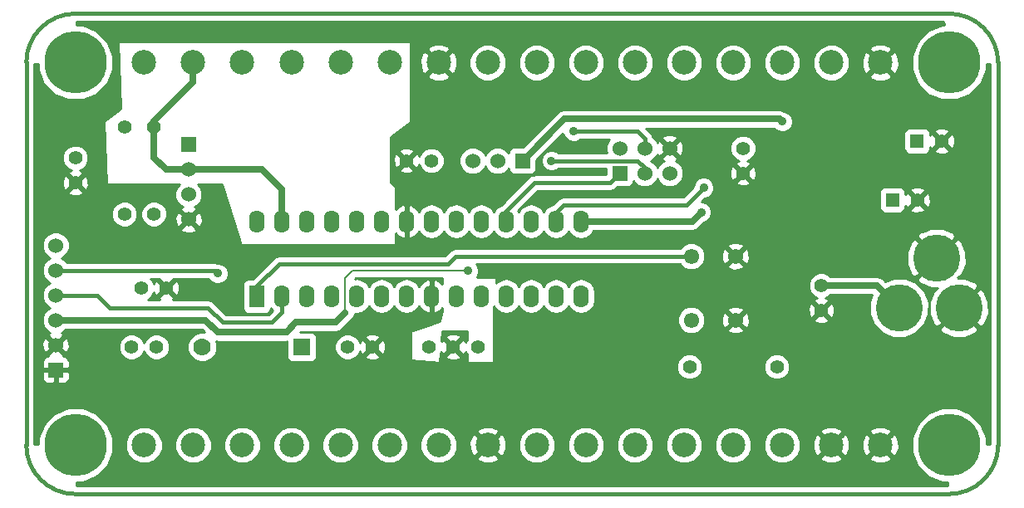
<source format=gbl>
G04 (created by PCBNEW (2013-02-27 BZR 3976)-stable) date 15/04/2013 12:50:54*
%MOIN*%
G04 Gerber Fmt 3.4, Leading zero omitted, Abs format*
%FSLAX34Y34*%
G01*
G70*
G90*
G04 APERTURE LIST*
%ADD10C,3.14961e-006*%
%ADD11C,0.015*%
%ADD12C,0.07*%
%ADD13R,0.07X0.07*%
%ADD14O,0.062X0.09*%
%ADD15R,0.062X0.09*%
%ADD16C,0.055*%
%ADD17R,0.06X0.06*%
%ADD18C,0.06*%
%ADD19R,0.055X0.055*%
%ADD20C,0.0984*%
%ADD21C,0.061*%
%ADD22C,0.189*%
%ADD23C,0.25*%
%ADD24C,0.035*%
%ADD25C,0.025*%
%ADD26C,0.008*%
%ADD27C,0.01*%
G04 APERTURE END LIST*
G54D10*
G54D11*
X36407Y-31236D02*
X71446Y-31236D01*
X34438Y-48559D02*
X34438Y-33204D01*
X71446Y-50527D02*
X36407Y-50527D01*
X73414Y-33204D02*
X73414Y-48559D01*
X34438Y-48559D02*
G75*
G03X36407Y-50527I1968J0D01*
G74*
G01*
X71446Y-50527D02*
G75*
G03X73414Y-48559I0J1968D01*
G74*
G01*
X73414Y-33204D02*
G75*
G03X71446Y-31236I-1968J0D01*
G74*
G01*
X36407Y-31236D02*
G75*
G03X34438Y-33204I0J-1968D01*
G74*
G01*
G54D12*
X41493Y-44622D03*
G54D13*
X45493Y-44622D03*
G54D14*
X44686Y-42578D03*
X45686Y-42578D03*
X46686Y-42578D03*
X47686Y-42578D03*
X48686Y-42578D03*
X49686Y-42578D03*
X50686Y-42578D03*
X51686Y-42578D03*
X52686Y-42578D03*
X53686Y-42578D03*
X54686Y-42578D03*
X55686Y-42578D03*
X56686Y-42578D03*
G54D15*
X43686Y-42578D03*
G54D14*
X56686Y-39578D03*
X55686Y-39578D03*
X54686Y-39578D03*
X53686Y-39578D03*
X52686Y-39578D03*
X51686Y-39578D03*
X50686Y-39578D03*
X49686Y-39578D03*
X48686Y-39578D03*
X47686Y-39578D03*
X46686Y-39578D03*
X45686Y-39578D03*
X44686Y-39578D03*
X43686Y-39578D03*
G54D16*
X39556Y-39285D03*
X39556Y-35785D03*
X38375Y-39285D03*
X38375Y-35785D03*
X64535Y-45409D03*
X61035Y-45409D03*
G54D17*
X58241Y-37641D03*
G54D18*
X58241Y-36641D03*
X59241Y-37641D03*
X59241Y-36641D03*
X60241Y-37641D03*
X60241Y-36641D03*
G54D19*
X70159Y-36354D03*
G54D16*
X71159Y-36354D03*
G54D19*
X69174Y-38716D03*
G54D16*
X70174Y-38716D03*
X63178Y-36641D03*
X63178Y-37641D03*
X50686Y-37141D03*
X49686Y-37141D03*
X39662Y-44622D03*
X38662Y-44622D03*
X47324Y-44622D03*
X48324Y-44622D03*
X36407Y-37035D03*
X36407Y-38035D03*
X39056Y-42259D03*
X40056Y-42259D03*
X66328Y-42153D03*
X66328Y-43153D03*
G54D20*
X52942Y-48559D03*
X50973Y-48559D03*
X49005Y-48559D03*
X47036Y-48559D03*
X45068Y-48559D03*
X43099Y-48559D03*
X41131Y-48559D03*
X39162Y-48559D03*
X54911Y-33204D03*
X56880Y-33204D03*
X58848Y-33204D03*
X60817Y-33204D03*
X62785Y-33204D03*
X64754Y-33204D03*
X66722Y-33204D03*
X68691Y-33204D03*
X39162Y-33204D03*
X41131Y-33204D03*
X43099Y-33204D03*
X45068Y-33204D03*
X47036Y-33204D03*
X49005Y-33204D03*
X50973Y-33204D03*
X52942Y-33204D03*
X68690Y-48559D03*
X66721Y-48559D03*
X64753Y-48559D03*
X62784Y-48559D03*
X60816Y-48559D03*
X58847Y-48559D03*
X56879Y-48559D03*
X54910Y-48559D03*
G54D17*
X35619Y-45547D03*
G54D18*
X35619Y-44547D03*
X35619Y-43547D03*
X35619Y-42547D03*
X35619Y-41547D03*
X35619Y-40547D03*
G54D17*
X40950Y-36500D03*
G54D18*
X40950Y-37500D03*
X40950Y-38500D03*
X40950Y-39500D03*
G54D21*
X61111Y-40979D03*
X62883Y-40979D03*
X61111Y-43539D03*
X62883Y-43539D03*
G54D16*
X50580Y-44622D03*
X52548Y-44622D03*
X51564Y-44622D03*
G54D22*
X71840Y-43047D03*
X69440Y-43047D03*
X70940Y-41047D03*
G54D17*
X54336Y-37141D03*
G54D18*
X53336Y-37141D03*
X52336Y-37141D03*
G54D23*
X36407Y-33204D03*
X36407Y-48559D03*
X71446Y-33204D03*
X71446Y-48559D03*
G54D24*
X42115Y-41669D03*
X61603Y-38224D03*
X56387Y-35960D03*
X55501Y-37141D03*
X61505Y-39208D03*
X52155Y-41570D03*
X65344Y-39897D03*
X64753Y-35566D03*
G54D11*
X35619Y-42547D02*
X37285Y-42547D01*
X37285Y-42547D02*
X37785Y-43047D01*
X37785Y-43047D02*
X41722Y-43047D01*
X41722Y-43047D02*
X42312Y-43637D01*
X42312Y-43637D02*
X44281Y-43637D01*
X44281Y-43637D02*
X44686Y-43232D01*
X44686Y-43232D02*
X44686Y-42578D01*
X35619Y-41547D02*
X41993Y-41547D01*
X41993Y-41547D02*
X42115Y-41669D01*
X55686Y-39578D02*
X55686Y-39220D01*
X60914Y-38913D02*
X61603Y-38224D01*
X55993Y-38913D02*
X60914Y-38913D01*
X55686Y-39220D02*
X55993Y-38913D01*
X59241Y-36641D02*
X59241Y-36255D01*
X59241Y-36255D02*
X58946Y-35960D01*
X58946Y-35960D02*
X56387Y-35960D01*
X53686Y-39578D02*
X53686Y-39153D01*
X57855Y-38027D02*
X58241Y-37641D01*
X54812Y-38027D02*
X57855Y-38027D01*
X53686Y-39153D02*
X54812Y-38027D01*
X59241Y-37641D02*
X59241Y-37437D01*
X59241Y-37437D02*
X58946Y-37141D01*
X58946Y-37141D02*
X55501Y-37141D01*
G54D25*
X56686Y-39578D02*
X61135Y-39578D01*
X61135Y-39578D02*
X61505Y-39208D01*
G54D11*
X43686Y-42578D02*
X43686Y-42165D01*
X51367Y-41275D02*
X51663Y-40979D01*
X44576Y-41275D02*
X51367Y-41275D01*
X43686Y-42165D02*
X44576Y-41275D01*
X61111Y-40979D02*
X51663Y-40979D01*
G54D25*
X41131Y-33204D02*
X41131Y-33991D01*
X41131Y-33991D02*
X39556Y-35566D01*
X39556Y-35566D02*
X39556Y-35785D01*
X39556Y-35785D02*
X39556Y-37006D01*
X39556Y-37006D02*
X40050Y-37500D01*
X40050Y-37500D02*
X40950Y-37500D01*
X40950Y-37500D02*
X43900Y-37500D01*
X43900Y-37500D02*
X44686Y-38286D01*
X44686Y-38286D02*
X44686Y-39578D01*
G54D11*
X39556Y-35785D02*
X39556Y-35566D01*
X39556Y-35566D02*
X41131Y-33991D01*
G54D25*
X66328Y-42153D02*
X68546Y-42153D01*
X68546Y-42153D02*
X69440Y-43047D01*
X35619Y-43547D02*
X41631Y-43547D01*
X41631Y-43547D02*
X42115Y-44031D01*
X45265Y-43637D02*
X46840Y-43637D01*
X44871Y-44031D02*
X42115Y-44031D01*
X45265Y-43637D02*
X44871Y-44031D01*
X46840Y-43637D02*
X47233Y-43244D01*
G54D26*
X47233Y-43244D02*
X47233Y-41866D01*
X47233Y-41866D02*
X47529Y-41570D01*
X47529Y-41570D02*
X52155Y-41570D01*
G54D25*
X56009Y-35468D02*
X54336Y-37141D01*
X64655Y-35468D02*
X56009Y-35468D01*
X64753Y-35566D02*
X64655Y-35468D01*
G54D10*
G36*
X73089Y-48509D02*
X73035Y-48509D01*
X73035Y-43282D01*
X73034Y-42807D01*
X72854Y-42372D01*
X72692Y-42266D01*
X72621Y-42336D01*
X72621Y-42195D01*
X72515Y-42032D01*
X72135Y-41876D01*
X72075Y-41851D01*
X71815Y-41852D01*
X71792Y-41828D01*
X71954Y-41722D01*
X72135Y-41282D01*
X72134Y-40807D01*
X71954Y-40372D01*
X71792Y-40266D01*
X71721Y-40336D01*
X71721Y-40195D01*
X71688Y-40145D01*
X71688Y-36430D01*
X71677Y-36221D01*
X71619Y-36081D01*
X71526Y-36057D01*
X71456Y-36127D01*
X71456Y-35986D01*
X71431Y-35893D01*
X71234Y-35824D01*
X71026Y-35835D01*
X70886Y-35893D01*
X70861Y-35986D01*
X71159Y-36283D01*
X71456Y-35986D01*
X71456Y-36127D01*
X71229Y-36354D01*
X71526Y-36651D01*
X71619Y-36627D01*
X71688Y-36430D01*
X71688Y-40145D01*
X71615Y-40032D01*
X71456Y-39967D01*
X71456Y-36722D01*
X71159Y-36425D01*
X71088Y-36495D01*
X71088Y-36354D01*
X70791Y-36057D01*
X70698Y-36081D01*
X70684Y-36122D01*
X70684Y-36029D01*
X70646Y-35937D01*
X70575Y-35867D01*
X70484Y-35829D01*
X70384Y-35829D01*
X69834Y-35829D01*
X69742Y-35867D01*
X69672Y-35937D01*
X69634Y-36029D01*
X69634Y-36128D01*
X69634Y-36678D01*
X69671Y-36770D01*
X69742Y-36841D01*
X69834Y-36879D01*
X69933Y-36879D01*
X70483Y-36879D01*
X70575Y-36841D01*
X70645Y-36771D01*
X70684Y-36679D01*
X70684Y-36592D01*
X70698Y-36627D01*
X70791Y-36651D01*
X71088Y-36354D01*
X71088Y-36495D01*
X70861Y-36722D01*
X70886Y-36814D01*
X71083Y-36884D01*
X71291Y-36872D01*
X71431Y-36814D01*
X71456Y-36722D01*
X71456Y-39967D01*
X71175Y-39851D01*
X70704Y-39852D01*
X70704Y-38792D01*
X70693Y-38583D01*
X70635Y-38443D01*
X70542Y-38419D01*
X70471Y-38490D01*
X70471Y-38348D01*
X70447Y-38255D01*
X70250Y-38186D01*
X70042Y-38197D01*
X69901Y-38255D01*
X69877Y-38348D01*
X70174Y-38645D01*
X70471Y-38348D01*
X70471Y-38490D01*
X70245Y-38716D01*
X70542Y-39013D01*
X70635Y-38989D01*
X70704Y-38792D01*
X70704Y-39852D01*
X70700Y-39852D01*
X70471Y-39947D01*
X70471Y-39084D01*
X70174Y-38787D01*
X70104Y-38857D01*
X70104Y-38716D01*
X69807Y-38419D01*
X69714Y-38443D01*
X69699Y-38484D01*
X69699Y-38392D01*
X69661Y-38300D01*
X69591Y-38229D01*
X69499Y-38191D01*
X69436Y-38191D01*
X69436Y-33332D01*
X69428Y-33037D01*
X69331Y-32801D01*
X69215Y-32750D01*
X69145Y-32821D01*
X69145Y-32679D01*
X69094Y-32564D01*
X68818Y-32459D01*
X68523Y-32466D01*
X68287Y-32564D01*
X68236Y-32679D01*
X68691Y-33134D01*
X69145Y-32679D01*
X69145Y-32821D01*
X68761Y-33204D01*
X69215Y-33658D01*
X69331Y-33607D01*
X69436Y-33332D01*
X69436Y-38191D01*
X69400Y-38191D01*
X69145Y-38191D01*
X69145Y-33729D01*
X68691Y-33275D01*
X68620Y-33346D01*
X68620Y-33204D01*
X68166Y-32750D01*
X68050Y-32801D01*
X67945Y-33077D01*
X67953Y-33372D01*
X68050Y-33607D01*
X68166Y-33658D01*
X68620Y-33204D01*
X68620Y-33346D01*
X68236Y-33729D01*
X68287Y-33844D01*
X68563Y-33950D01*
X68858Y-33942D01*
X69094Y-33844D01*
X69145Y-33729D01*
X69145Y-38191D01*
X68850Y-38191D01*
X68758Y-38229D01*
X68687Y-38299D01*
X68649Y-38391D01*
X68649Y-38491D01*
X68649Y-39041D01*
X68687Y-39132D01*
X68758Y-39203D01*
X68849Y-39241D01*
X68949Y-39241D01*
X69499Y-39241D01*
X69591Y-39203D01*
X69661Y-39133D01*
X69699Y-39041D01*
X69699Y-38954D01*
X69714Y-38989D01*
X69807Y-39013D01*
X70104Y-38716D01*
X70104Y-38857D01*
X69877Y-39084D01*
X69901Y-39177D01*
X70099Y-39246D01*
X70307Y-39235D01*
X70447Y-39177D01*
X70471Y-39084D01*
X70471Y-39947D01*
X70265Y-40032D01*
X70158Y-40195D01*
X70940Y-40976D01*
X71721Y-40195D01*
X71721Y-40336D01*
X71010Y-41047D01*
X71016Y-41052D01*
X70945Y-41123D01*
X70940Y-41117D01*
X70869Y-41188D01*
X70869Y-41047D01*
X70088Y-40266D01*
X69925Y-40372D01*
X69744Y-40811D01*
X69745Y-41287D01*
X69925Y-41722D01*
X70088Y-41828D01*
X70869Y-41047D01*
X70869Y-41188D01*
X70158Y-41899D01*
X70265Y-42061D01*
X70704Y-42242D01*
X70964Y-42242D01*
X70988Y-42266D01*
X70825Y-42372D01*
X70644Y-42811D01*
X70645Y-43287D01*
X70825Y-43722D01*
X70988Y-43828D01*
X71769Y-43047D01*
X71763Y-43041D01*
X71834Y-42970D01*
X71840Y-42976D01*
X72621Y-42195D01*
X72621Y-42336D01*
X71910Y-43047D01*
X72692Y-43828D01*
X72854Y-43722D01*
X73035Y-43282D01*
X73035Y-48509D01*
X72946Y-48509D01*
X72946Y-48261D01*
X72718Y-47710D01*
X72621Y-47612D01*
X72621Y-43899D01*
X71840Y-43117D01*
X71769Y-43188D01*
X71058Y-43899D01*
X71165Y-44061D01*
X71604Y-44242D01*
X72079Y-44241D01*
X72515Y-44061D01*
X72621Y-43899D01*
X72621Y-47612D01*
X72297Y-47288D01*
X71746Y-47059D01*
X71149Y-47058D01*
X70635Y-47271D01*
X70635Y-42810D01*
X70453Y-42371D01*
X70117Y-42034D01*
X69678Y-41852D01*
X69203Y-41852D01*
X68900Y-41977D01*
X68811Y-41888D01*
X68689Y-41807D01*
X68546Y-41778D01*
X67464Y-41778D01*
X67464Y-33057D01*
X67351Y-32784D01*
X67142Y-32576D01*
X66870Y-32462D01*
X66575Y-32462D01*
X66302Y-32575D01*
X66093Y-32783D01*
X65980Y-33056D01*
X65979Y-33351D01*
X66092Y-33624D01*
X66301Y-33833D01*
X66573Y-33946D01*
X66868Y-33946D01*
X67141Y-33834D01*
X67350Y-33625D01*
X67463Y-33352D01*
X67464Y-33057D01*
X67464Y-41778D01*
X66695Y-41778D01*
X66626Y-41708D01*
X66433Y-41628D01*
X66224Y-41628D01*
X66031Y-41708D01*
X65883Y-41855D01*
X65803Y-42048D01*
X65803Y-42257D01*
X65883Y-42450D01*
X66030Y-42598D01*
X66157Y-42650D01*
X66055Y-42692D01*
X66031Y-42785D01*
X66328Y-43082D01*
X66625Y-42785D01*
X66601Y-42692D01*
X66491Y-42654D01*
X66625Y-42598D01*
X66695Y-42528D01*
X68361Y-42528D01*
X68245Y-42808D01*
X68244Y-43283D01*
X68426Y-43723D01*
X68762Y-44059D01*
X69201Y-44242D01*
X69676Y-44242D01*
X70116Y-44060D01*
X70452Y-43725D01*
X70634Y-43285D01*
X70635Y-42810D01*
X70635Y-47271D01*
X70597Y-47286D01*
X70175Y-47708D01*
X69946Y-48259D01*
X69946Y-48856D01*
X70174Y-49407D01*
X70595Y-49829D01*
X71146Y-50058D01*
X71396Y-50059D01*
X71396Y-50202D01*
X69436Y-50202D01*
X69436Y-48686D01*
X69428Y-48391D01*
X69330Y-48155D01*
X69215Y-48104D01*
X69144Y-48175D01*
X69144Y-48034D01*
X69093Y-47918D01*
X68818Y-47813D01*
X68523Y-47821D01*
X68287Y-47918D01*
X68236Y-48034D01*
X68690Y-48488D01*
X69144Y-48034D01*
X69144Y-48175D01*
X68761Y-48559D01*
X69215Y-49013D01*
X69330Y-48962D01*
X69436Y-48686D01*
X69436Y-50202D01*
X69144Y-50202D01*
X69144Y-49083D01*
X68690Y-48629D01*
X68619Y-48700D01*
X68619Y-48559D01*
X68165Y-48104D01*
X68050Y-48155D01*
X67944Y-48431D01*
X67952Y-48726D01*
X68050Y-48962D01*
X68165Y-49013D01*
X68619Y-48559D01*
X68619Y-48700D01*
X68236Y-49083D01*
X68287Y-49199D01*
X68562Y-49304D01*
X68858Y-49296D01*
X69093Y-49199D01*
X69144Y-49083D01*
X69144Y-50202D01*
X67467Y-50202D01*
X67467Y-48686D01*
X67459Y-48391D01*
X67361Y-48155D01*
X67246Y-48104D01*
X67175Y-48175D01*
X67175Y-48034D01*
X67124Y-47918D01*
X66858Y-47816D01*
X66858Y-43229D01*
X66846Y-43020D01*
X66788Y-42880D01*
X66696Y-42856D01*
X66399Y-43153D01*
X66696Y-43450D01*
X66788Y-43426D01*
X66858Y-43229D01*
X66858Y-47816D01*
X66849Y-47813D01*
X66625Y-47819D01*
X66625Y-43521D01*
X66328Y-43224D01*
X66257Y-43294D01*
X66257Y-43153D01*
X65960Y-42856D01*
X65867Y-42880D01*
X65798Y-43077D01*
X65809Y-43286D01*
X65867Y-43426D01*
X65960Y-43450D01*
X66257Y-43153D01*
X66257Y-43294D01*
X66031Y-43521D01*
X66055Y-43614D01*
X66252Y-43683D01*
X66461Y-43672D01*
X66601Y-43614D01*
X66625Y-43521D01*
X66625Y-47819D01*
X66554Y-47821D01*
X66318Y-47918D01*
X66267Y-48034D01*
X66721Y-48488D01*
X67175Y-48034D01*
X67175Y-48175D01*
X66792Y-48559D01*
X67246Y-49013D01*
X67361Y-48962D01*
X67467Y-48686D01*
X67467Y-50202D01*
X67175Y-50202D01*
X67175Y-49083D01*
X66721Y-48629D01*
X66650Y-48700D01*
X66650Y-48559D01*
X66196Y-48104D01*
X66081Y-48155D01*
X65975Y-48431D01*
X65983Y-48726D01*
X66081Y-48962D01*
X66196Y-49013D01*
X66650Y-48559D01*
X66650Y-48700D01*
X66267Y-49083D01*
X66318Y-49199D01*
X66593Y-49304D01*
X66889Y-49296D01*
X67124Y-49199D01*
X67175Y-49083D01*
X67175Y-50202D01*
X65496Y-50202D01*
X65496Y-33057D01*
X65383Y-32784D01*
X65174Y-32576D01*
X64902Y-32462D01*
X64607Y-32462D01*
X64334Y-32575D01*
X64125Y-32783D01*
X64012Y-33056D01*
X64011Y-33351D01*
X64124Y-33624D01*
X64333Y-33833D01*
X64605Y-33946D01*
X64900Y-33946D01*
X65173Y-33834D01*
X65382Y-33625D01*
X65495Y-33352D01*
X65496Y-33057D01*
X65496Y-50202D01*
X65495Y-50202D01*
X65495Y-48412D01*
X65382Y-48139D01*
X65178Y-47934D01*
X65178Y-35482D01*
X65114Y-35326D01*
X64994Y-35206D01*
X64838Y-35142D01*
X64828Y-35141D01*
X64798Y-35122D01*
X64655Y-35093D01*
X63527Y-35093D01*
X63527Y-33057D01*
X63414Y-32784D01*
X63205Y-32576D01*
X62933Y-32462D01*
X62638Y-32462D01*
X62365Y-32575D01*
X62156Y-32783D01*
X62043Y-33056D01*
X62042Y-33351D01*
X62155Y-33624D01*
X62364Y-33833D01*
X62636Y-33946D01*
X62931Y-33946D01*
X63204Y-33834D01*
X63413Y-33625D01*
X63526Y-33352D01*
X63527Y-33057D01*
X63527Y-35093D01*
X61559Y-35093D01*
X61559Y-33057D01*
X61446Y-32784D01*
X61237Y-32576D01*
X60965Y-32462D01*
X60670Y-32462D01*
X60397Y-32575D01*
X60188Y-32783D01*
X60075Y-33056D01*
X60074Y-33351D01*
X60187Y-33624D01*
X60396Y-33833D01*
X60668Y-33946D01*
X60963Y-33946D01*
X61236Y-33834D01*
X61445Y-33625D01*
X61558Y-33352D01*
X61559Y-33057D01*
X61559Y-35093D01*
X59590Y-35093D01*
X59590Y-33057D01*
X59477Y-32784D01*
X59268Y-32576D01*
X58996Y-32462D01*
X58701Y-32462D01*
X58428Y-32575D01*
X58219Y-32783D01*
X58106Y-33056D01*
X58105Y-33351D01*
X58218Y-33624D01*
X58427Y-33833D01*
X58699Y-33946D01*
X58994Y-33946D01*
X59267Y-33834D01*
X59476Y-33625D01*
X59589Y-33352D01*
X59590Y-33057D01*
X59590Y-35093D01*
X57622Y-35093D01*
X57622Y-33057D01*
X57509Y-32784D01*
X57300Y-32576D01*
X57028Y-32462D01*
X56733Y-32462D01*
X56460Y-32575D01*
X56251Y-32783D01*
X56138Y-33056D01*
X56137Y-33351D01*
X56250Y-33624D01*
X56459Y-33833D01*
X56731Y-33946D01*
X57026Y-33946D01*
X57299Y-33834D01*
X57508Y-33625D01*
X57621Y-33352D01*
X57622Y-33057D01*
X57622Y-35093D01*
X56009Y-35093D01*
X55865Y-35122D01*
X55744Y-35203D01*
X55653Y-35294D01*
X55653Y-33057D01*
X55540Y-32784D01*
X55331Y-32576D01*
X55059Y-32462D01*
X54764Y-32462D01*
X54491Y-32575D01*
X54282Y-32783D01*
X54169Y-33056D01*
X54168Y-33351D01*
X54281Y-33624D01*
X54490Y-33833D01*
X54762Y-33946D01*
X55057Y-33946D01*
X55330Y-33834D01*
X55539Y-33625D01*
X55652Y-33352D01*
X55653Y-33057D01*
X55653Y-35294D01*
X54355Y-36591D01*
X53986Y-36591D01*
X53894Y-36629D01*
X53824Y-36699D01*
X53786Y-36791D01*
X53786Y-36814D01*
X53685Y-36712D01*
X53685Y-33057D01*
X53572Y-32784D01*
X53363Y-32576D01*
X53091Y-32462D01*
X52796Y-32462D01*
X52523Y-32575D01*
X52314Y-32783D01*
X52201Y-33056D01*
X52200Y-33351D01*
X52313Y-33624D01*
X52522Y-33833D01*
X52794Y-33946D01*
X53089Y-33946D01*
X53362Y-33834D01*
X53571Y-33625D01*
X53684Y-33352D01*
X53685Y-33057D01*
X53685Y-36712D01*
X53648Y-36675D01*
X53446Y-36591D01*
X53227Y-36591D01*
X53025Y-36675D01*
X52870Y-36829D01*
X52836Y-36911D01*
X52802Y-36830D01*
X52648Y-36675D01*
X52446Y-36591D01*
X52227Y-36591D01*
X52025Y-36675D01*
X51870Y-36829D01*
X51786Y-37031D01*
X51786Y-37250D01*
X51869Y-37452D01*
X52024Y-37607D01*
X52226Y-37691D01*
X52445Y-37691D01*
X52647Y-37608D01*
X52802Y-37453D01*
X52836Y-37371D01*
X52869Y-37452D01*
X53024Y-37607D01*
X53226Y-37691D01*
X53445Y-37691D01*
X53647Y-37608D01*
X53786Y-37469D01*
X53786Y-37491D01*
X53824Y-37583D01*
X53894Y-37653D01*
X53986Y-37691D01*
X54085Y-37691D01*
X54685Y-37691D01*
X54777Y-37653D01*
X54848Y-37583D01*
X54886Y-37491D01*
X54886Y-37392D01*
X54886Y-37122D01*
X55962Y-36045D01*
X56026Y-36201D01*
X56146Y-36320D01*
X56302Y-36385D01*
X56471Y-36385D01*
X56627Y-36321D01*
X56663Y-36285D01*
X57819Y-36285D01*
X57775Y-36329D01*
X57691Y-36531D01*
X57691Y-36750D01*
X57718Y-36816D01*
X55777Y-36816D01*
X55742Y-36781D01*
X55586Y-36716D01*
X55417Y-36716D01*
X55261Y-36781D01*
X55141Y-36900D01*
X55076Y-37056D01*
X55076Y-37225D01*
X55141Y-37382D01*
X55260Y-37501D01*
X55416Y-37566D01*
X55585Y-37566D01*
X55742Y-37502D01*
X55777Y-37466D01*
X57691Y-37466D01*
X57691Y-37702D01*
X54812Y-37702D01*
X54812Y-37702D01*
X54787Y-37707D01*
X54688Y-37727D01*
X54582Y-37797D01*
X54582Y-37797D01*
X53473Y-38907D01*
X53472Y-38907D01*
X53290Y-39029D01*
X53186Y-39184D01*
X53082Y-39029D01*
X52900Y-38907D01*
X52686Y-38865D01*
X52472Y-38907D01*
X52290Y-39029D01*
X52186Y-39184D01*
X52082Y-39029D01*
X51900Y-38907D01*
X51719Y-38871D01*
X51719Y-33332D01*
X51711Y-33037D01*
X51614Y-32801D01*
X51498Y-32750D01*
X51428Y-32821D01*
X51428Y-32679D01*
X51377Y-32564D01*
X51101Y-32459D01*
X50806Y-32466D01*
X50570Y-32564D01*
X50519Y-32679D01*
X50973Y-33134D01*
X51428Y-32679D01*
X51428Y-32821D01*
X51044Y-33204D01*
X51498Y-33658D01*
X51614Y-33607D01*
X51719Y-33332D01*
X51719Y-38871D01*
X51686Y-38865D01*
X51472Y-38907D01*
X51428Y-38937D01*
X51428Y-33729D01*
X50973Y-33275D01*
X50903Y-33346D01*
X50903Y-33204D01*
X50449Y-32750D01*
X50333Y-32801D01*
X50228Y-33077D01*
X50236Y-33372D01*
X50333Y-33607D01*
X50449Y-33658D01*
X50903Y-33204D01*
X50903Y-33346D01*
X50519Y-33729D01*
X50570Y-33844D01*
X50846Y-33950D01*
X51141Y-33942D01*
X51377Y-33844D01*
X51428Y-33729D01*
X51428Y-38937D01*
X51290Y-39029D01*
X51211Y-39147D01*
X51211Y-37037D01*
X51131Y-36844D01*
X50984Y-36696D01*
X50791Y-36616D01*
X50582Y-36616D01*
X50389Y-36696D01*
X50241Y-36843D01*
X50189Y-36970D01*
X50147Y-36868D01*
X50054Y-36844D01*
X49983Y-36915D01*
X49983Y-36773D01*
X49959Y-36681D01*
X49842Y-36640D01*
X49842Y-35591D01*
X49842Y-32367D01*
X38126Y-32367D01*
X38226Y-35049D01*
X37537Y-35541D01*
X37640Y-38085D01*
X40586Y-38085D01*
X40484Y-38188D01*
X40400Y-38390D01*
X40399Y-38608D01*
X40483Y-38811D01*
X40638Y-38965D01*
X40713Y-38997D01*
X40662Y-39018D01*
X40634Y-39114D01*
X40950Y-39429D01*
X41265Y-39114D01*
X41237Y-39018D01*
X41182Y-38999D01*
X41261Y-38966D01*
X41415Y-38811D01*
X41499Y-38609D01*
X41500Y-38391D01*
X41416Y-38188D01*
X41313Y-38085D01*
X42277Y-38085D01*
X43063Y-40538D01*
X49252Y-40538D01*
X49252Y-40058D01*
X49325Y-40150D01*
X49518Y-40255D01*
X49549Y-40261D01*
X49636Y-40213D01*
X49636Y-39628D01*
X49628Y-39628D01*
X49628Y-39528D01*
X49636Y-39528D01*
X49636Y-38943D01*
X49549Y-38895D01*
X49518Y-38902D01*
X49325Y-39007D01*
X49252Y-39098D01*
X49252Y-38203D01*
X49055Y-38006D01*
X49055Y-36182D01*
X49842Y-35591D01*
X49842Y-36640D01*
X49762Y-36611D01*
X49553Y-36623D01*
X49413Y-36681D01*
X49389Y-36773D01*
X49686Y-37071D01*
X49983Y-36773D01*
X49983Y-36915D01*
X49757Y-37141D01*
X50054Y-37438D01*
X50147Y-37414D01*
X50185Y-37304D01*
X50241Y-37438D01*
X50388Y-37586D01*
X50581Y-37666D01*
X50790Y-37666D01*
X50983Y-37587D01*
X51131Y-37439D01*
X51211Y-37246D01*
X51211Y-37037D01*
X51211Y-39147D01*
X51186Y-39184D01*
X51082Y-39029D01*
X50900Y-38907D01*
X50686Y-38865D01*
X50472Y-38907D01*
X50290Y-39029D01*
X50186Y-39184D01*
X50184Y-39178D01*
X50047Y-39007D01*
X49983Y-38972D01*
X49983Y-37509D01*
X49686Y-37212D01*
X49615Y-37283D01*
X49615Y-37141D01*
X49318Y-36844D01*
X49226Y-36868D01*
X49156Y-37065D01*
X49168Y-37274D01*
X49226Y-37414D01*
X49318Y-37438D01*
X49615Y-37141D01*
X49615Y-37283D01*
X49389Y-37509D01*
X49413Y-37602D01*
X49610Y-37671D01*
X49819Y-37660D01*
X49959Y-37602D01*
X49983Y-37509D01*
X49983Y-38972D01*
X49854Y-38902D01*
X49823Y-38895D01*
X49736Y-38943D01*
X49736Y-39528D01*
X49744Y-39528D01*
X49744Y-39628D01*
X49736Y-39628D01*
X49736Y-40213D01*
X49823Y-40261D01*
X49854Y-40255D01*
X50047Y-40150D01*
X50184Y-39979D01*
X50186Y-39972D01*
X50290Y-40128D01*
X50472Y-40249D01*
X50686Y-40292D01*
X50900Y-40249D01*
X51082Y-40128D01*
X51186Y-39972D01*
X51290Y-40128D01*
X51472Y-40249D01*
X51686Y-40292D01*
X51900Y-40249D01*
X52082Y-40128D01*
X52186Y-39972D01*
X52290Y-40128D01*
X52472Y-40249D01*
X52686Y-40292D01*
X52900Y-40249D01*
X53082Y-40128D01*
X53186Y-39972D01*
X53290Y-40128D01*
X53472Y-40249D01*
X53686Y-40292D01*
X53900Y-40249D01*
X54082Y-40128D01*
X54186Y-39972D01*
X54290Y-40128D01*
X54472Y-40249D01*
X54686Y-40292D01*
X54900Y-40249D01*
X55082Y-40128D01*
X55186Y-39972D01*
X55290Y-40128D01*
X55472Y-40249D01*
X55686Y-40292D01*
X55900Y-40249D01*
X56082Y-40128D01*
X56186Y-39972D01*
X56290Y-40128D01*
X56472Y-40249D01*
X56686Y-40292D01*
X56900Y-40249D01*
X57082Y-40128D01*
X57199Y-39953D01*
X61135Y-39953D01*
X61278Y-39925D01*
X61400Y-39843D01*
X61625Y-39618D01*
X61745Y-39569D01*
X61865Y-39449D01*
X61930Y-39293D01*
X61930Y-39124D01*
X61866Y-38968D01*
X61746Y-38848D01*
X61590Y-38783D01*
X61504Y-38783D01*
X61638Y-38649D01*
X61688Y-38649D01*
X61844Y-38584D01*
X61964Y-38465D01*
X62028Y-38309D01*
X62029Y-38140D01*
X61964Y-37983D01*
X61844Y-37864D01*
X61688Y-37799D01*
X61519Y-37799D01*
X61363Y-37863D01*
X61243Y-37983D01*
X61179Y-38139D01*
X61178Y-38189D01*
X60796Y-38572D01*
X60796Y-36723D01*
X60785Y-36504D01*
X60722Y-36353D01*
X60627Y-36326D01*
X60556Y-36397D01*
X60556Y-36255D01*
X60529Y-36160D01*
X60323Y-36086D01*
X60104Y-36097D01*
X59953Y-36160D01*
X59926Y-36255D01*
X60241Y-36571D01*
X60556Y-36255D01*
X60556Y-36397D01*
X60312Y-36641D01*
X60627Y-36956D01*
X60722Y-36929D01*
X60796Y-36723D01*
X60796Y-38572D01*
X60780Y-38588D01*
X55993Y-38588D01*
X55869Y-38613D01*
X55763Y-38683D01*
X55763Y-38683D01*
X55556Y-38890D01*
X55472Y-38907D01*
X55290Y-39029D01*
X55186Y-39184D01*
X55082Y-39029D01*
X54900Y-38907D01*
X54686Y-38865D01*
X54472Y-38907D01*
X54290Y-39029D01*
X54186Y-39184D01*
X54157Y-39141D01*
X54947Y-38352D01*
X57855Y-38352D01*
X57980Y-38327D01*
X57980Y-38327D01*
X58085Y-38257D01*
X58151Y-38191D01*
X58591Y-38191D01*
X58683Y-38153D01*
X58753Y-38083D01*
X58791Y-37991D01*
X58791Y-37969D01*
X58929Y-38107D01*
X59131Y-38191D01*
X59350Y-38191D01*
X59552Y-38108D01*
X59707Y-37953D01*
X59741Y-37871D01*
X59775Y-37952D01*
X59929Y-38107D01*
X60131Y-38191D01*
X60350Y-38191D01*
X60552Y-38108D01*
X60707Y-37953D01*
X60791Y-37751D01*
X60791Y-37532D01*
X60708Y-37330D01*
X60553Y-37175D01*
X60478Y-37144D01*
X60529Y-37122D01*
X60556Y-37027D01*
X60241Y-36712D01*
X59926Y-37027D01*
X59953Y-37122D01*
X60009Y-37142D01*
X59930Y-37175D01*
X59775Y-37329D01*
X59741Y-37411D01*
X59708Y-37330D01*
X59553Y-37175D01*
X59471Y-37141D01*
X59552Y-37108D01*
X59707Y-36953D01*
X59739Y-36878D01*
X59760Y-36929D01*
X59855Y-36956D01*
X60171Y-36641D01*
X59855Y-36326D01*
X59760Y-36353D01*
X59740Y-36409D01*
X59708Y-36330D01*
X59553Y-36175D01*
X59550Y-36174D01*
X59541Y-36131D01*
X59541Y-36131D01*
X59471Y-36026D01*
X59288Y-35843D01*
X64429Y-35843D01*
X64512Y-35927D01*
X64668Y-35991D01*
X64837Y-35992D01*
X64993Y-35927D01*
X65113Y-35807D01*
X65178Y-35651D01*
X65178Y-35482D01*
X65178Y-47934D01*
X65174Y-47930D01*
X65060Y-47882D01*
X65060Y-45305D01*
X64980Y-45112D01*
X64832Y-44964D01*
X64639Y-44884D01*
X64431Y-44884D01*
X64238Y-44964D01*
X64090Y-45111D01*
X64010Y-45304D01*
X64009Y-45513D01*
X64089Y-45706D01*
X64237Y-45854D01*
X64430Y-45934D01*
X64639Y-45934D01*
X64832Y-45854D01*
X64979Y-45707D01*
X65059Y-45514D01*
X65060Y-45305D01*
X65060Y-47882D01*
X64901Y-47817D01*
X64606Y-47816D01*
X64333Y-47929D01*
X64124Y-48138D01*
X64011Y-48410D01*
X64011Y-48706D01*
X64124Y-48978D01*
X64332Y-49187D01*
X64605Y-49300D01*
X64900Y-49301D01*
X65173Y-49188D01*
X65382Y-48979D01*
X65495Y-48707D01*
X65495Y-48412D01*
X65495Y-50202D01*
X63708Y-50202D01*
X63708Y-37717D01*
X63703Y-37629D01*
X63703Y-36537D01*
X63624Y-36344D01*
X63476Y-36196D01*
X63283Y-36116D01*
X63074Y-36116D01*
X62881Y-36196D01*
X62733Y-36343D01*
X62653Y-36536D01*
X62653Y-36745D01*
X62733Y-36938D01*
X62880Y-37086D01*
X63007Y-37139D01*
X62905Y-37181D01*
X62881Y-37273D01*
X63178Y-37571D01*
X63475Y-37273D01*
X63451Y-37181D01*
X63341Y-37142D01*
X63475Y-37087D01*
X63623Y-36939D01*
X63703Y-36746D01*
X63703Y-36537D01*
X63703Y-37629D01*
X63697Y-37508D01*
X63639Y-37368D01*
X63546Y-37344D01*
X63249Y-37641D01*
X63546Y-37938D01*
X63639Y-37914D01*
X63708Y-37717D01*
X63708Y-50202D01*
X63526Y-50202D01*
X63526Y-48412D01*
X63475Y-48289D01*
X63475Y-38009D01*
X63178Y-37712D01*
X63108Y-37783D01*
X63108Y-37641D01*
X62810Y-37344D01*
X62718Y-37368D01*
X62648Y-37565D01*
X62660Y-37774D01*
X62718Y-37914D01*
X62810Y-37938D01*
X63108Y-37641D01*
X63108Y-37783D01*
X62881Y-38009D01*
X62905Y-38102D01*
X63102Y-38171D01*
X63311Y-38160D01*
X63451Y-38102D01*
X63475Y-38009D01*
X63475Y-48289D01*
X63443Y-48210D01*
X63443Y-43622D01*
X63443Y-41062D01*
X63432Y-40842D01*
X63369Y-40688D01*
X63273Y-40661D01*
X63202Y-40731D01*
X63202Y-40590D01*
X63174Y-40494D01*
X62966Y-40420D01*
X62746Y-40430D01*
X62592Y-40494D01*
X62564Y-40590D01*
X62883Y-40909D01*
X63202Y-40590D01*
X63202Y-40731D01*
X62954Y-40979D01*
X63273Y-41298D01*
X63369Y-41270D01*
X63443Y-41062D01*
X63443Y-43622D01*
X63432Y-43402D01*
X63369Y-43248D01*
X63273Y-43221D01*
X63202Y-43291D01*
X63202Y-43150D01*
X63202Y-41369D01*
X62883Y-41050D01*
X62812Y-41121D01*
X62812Y-40979D01*
X62494Y-40661D01*
X62398Y-40688D01*
X62323Y-40896D01*
X62334Y-41117D01*
X62398Y-41270D01*
X62494Y-41298D01*
X62812Y-40979D01*
X62812Y-41121D01*
X62564Y-41369D01*
X62592Y-41465D01*
X62800Y-41539D01*
X63021Y-41528D01*
X63174Y-41465D01*
X63202Y-41369D01*
X63202Y-43150D01*
X63174Y-43054D01*
X62966Y-42980D01*
X62746Y-42990D01*
X62592Y-43054D01*
X62564Y-43150D01*
X62883Y-43469D01*
X63202Y-43150D01*
X63202Y-43291D01*
X62954Y-43539D01*
X63273Y-43858D01*
X63369Y-43830D01*
X63443Y-43622D01*
X63443Y-48210D01*
X63413Y-48139D01*
X63205Y-47930D01*
X63202Y-47929D01*
X63202Y-43929D01*
X62883Y-43610D01*
X62812Y-43681D01*
X62812Y-43539D01*
X62494Y-43221D01*
X62398Y-43248D01*
X62323Y-43456D01*
X62334Y-43677D01*
X62398Y-43830D01*
X62494Y-43858D01*
X62812Y-43539D01*
X62812Y-43681D01*
X62564Y-43929D01*
X62592Y-44025D01*
X62800Y-44099D01*
X63021Y-44088D01*
X63174Y-44025D01*
X63202Y-43929D01*
X63202Y-47929D01*
X62932Y-47817D01*
X62637Y-47816D01*
X62364Y-47929D01*
X62155Y-48138D01*
X62042Y-48410D01*
X62042Y-48706D01*
X62155Y-48978D01*
X62363Y-49187D01*
X62636Y-49300D01*
X62931Y-49301D01*
X63204Y-49188D01*
X63413Y-48979D01*
X63526Y-48707D01*
X63526Y-48412D01*
X63526Y-50202D01*
X61666Y-50202D01*
X61666Y-43429D01*
X61666Y-40869D01*
X61582Y-40665D01*
X61426Y-40509D01*
X61222Y-40424D01*
X61001Y-40424D01*
X60797Y-40509D01*
X60651Y-40654D01*
X51663Y-40654D01*
X51539Y-40679D01*
X51496Y-40707D01*
X51433Y-40750D01*
X51433Y-40750D01*
X51233Y-40950D01*
X44576Y-40950D01*
X44452Y-40975D01*
X44346Y-41045D01*
X44346Y-41045D01*
X43513Y-41878D01*
X43327Y-41878D01*
X43235Y-41916D01*
X43164Y-41986D01*
X43126Y-42078D01*
X43126Y-42178D01*
X43126Y-43078D01*
X43164Y-43170D01*
X43234Y-43240D01*
X43326Y-43278D01*
X43426Y-43278D01*
X44046Y-43278D01*
X44138Y-43240D01*
X44208Y-43170D01*
X44246Y-43078D01*
X44246Y-43062D01*
X44290Y-43128D01*
X44314Y-43144D01*
X44146Y-43312D01*
X42447Y-43312D01*
X41951Y-42817D01*
X41846Y-42746D01*
X41722Y-42722D01*
X40586Y-42722D01*
X40586Y-42335D01*
X40575Y-42127D01*
X40517Y-41987D01*
X40424Y-41962D01*
X40127Y-42259D01*
X40424Y-42556D01*
X40517Y-42532D01*
X40586Y-42335D01*
X40586Y-42722D01*
X40325Y-42722D01*
X40329Y-42720D01*
X40353Y-42627D01*
X40056Y-42330D01*
X39759Y-42627D01*
X39783Y-42720D01*
X39789Y-42722D01*
X39312Y-42722D01*
X39353Y-42705D01*
X39501Y-42557D01*
X39554Y-42431D01*
X39596Y-42532D01*
X39688Y-42556D01*
X39985Y-42259D01*
X39688Y-41962D01*
X39596Y-41987D01*
X39557Y-42096D01*
X39502Y-41962D01*
X39411Y-41872D01*
X39764Y-41872D01*
X39759Y-41892D01*
X40056Y-42189D01*
X40353Y-41892D01*
X40348Y-41872D01*
X41739Y-41872D01*
X41755Y-41909D01*
X41874Y-42029D01*
X42030Y-42094D01*
X42199Y-42094D01*
X42356Y-42029D01*
X42475Y-41910D01*
X42540Y-41754D01*
X42540Y-41585D01*
X42476Y-41428D01*
X42356Y-41309D01*
X42200Y-41244D01*
X42104Y-41244D01*
X42104Y-41244D01*
X41993Y-41222D01*
X41504Y-41222D01*
X41504Y-39581D01*
X41493Y-39363D01*
X41431Y-39212D01*
X41335Y-39184D01*
X41020Y-39500D01*
X41335Y-39815D01*
X41431Y-39787D01*
X41504Y-39581D01*
X41504Y-41222D01*
X41265Y-41222D01*
X41265Y-39885D01*
X40950Y-39570D01*
X40879Y-39641D01*
X40879Y-39500D01*
X40564Y-39184D01*
X40468Y-39212D01*
X40395Y-39418D01*
X40406Y-39636D01*
X40468Y-39787D01*
X40564Y-39815D01*
X40879Y-39500D01*
X40879Y-39641D01*
X40634Y-39885D01*
X40662Y-39981D01*
X40868Y-40054D01*
X41086Y-40043D01*
X41237Y-39981D01*
X41265Y-39885D01*
X41265Y-41222D01*
X40081Y-41222D01*
X40081Y-39181D01*
X40002Y-38988D01*
X39854Y-38840D01*
X39661Y-38760D01*
X39452Y-38760D01*
X39259Y-38840D01*
X39111Y-38987D01*
X39031Y-39180D01*
X39031Y-39389D01*
X39111Y-39582D01*
X39258Y-39730D01*
X39451Y-39810D01*
X39660Y-39810D01*
X39853Y-39730D01*
X40001Y-39583D01*
X40081Y-39390D01*
X40081Y-39181D01*
X40081Y-41222D01*
X38900Y-41222D01*
X38900Y-39181D01*
X38820Y-38988D01*
X38673Y-38840D01*
X38480Y-38760D01*
X38271Y-38760D01*
X38078Y-38840D01*
X37930Y-38987D01*
X37850Y-39180D01*
X37850Y-39389D01*
X37930Y-39582D01*
X38077Y-39730D01*
X38270Y-39810D01*
X38479Y-39810D01*
X38672Y-39730D01*
X38820Y-39583D01*
X38900Y-39390D01*
X38900Y-39181D01*
X38900Y-41222D01*
X36936Y-41222D01*
X36936Y-38111D01*
X36932Y-38022D01*
X36932Y-36931D01*
X36852Y-36738D01*
X36704Y-36590D01*
X36511Y-36510D01*
X36303Y-36510D01*
X36110Y-36590D01*
X35962Y-36737D01*
X35882Y-36930D01*
X35881Y-37139D01*
X35961Y-37332D01*
X36109Y-37480D01*
X36235Y-37532D01*
X36134Y-37574D01*
X36110Y-37667D01*
X36407Y-37964D01*
X36704Y-37667D01*
X36679Y-37574D01*
X36569Y-37536D01*
X36704Y-37480D01*
X36851Y-37333D01*
X36931Y-37140D01*
X36932Y-36931D01*
X36932Y-38022D01*
X36925Y-37902D01*
X36867Y-37762D01*
X36774Y-37738D01*
X36477Y-38035D01*
X36774Y-38332D01*
X36867Y-38308D01*
X36936Y-38111D01*
X36936Y-41222D01*
X36704Y-41222D01*
X36704Y-38403D01*
X36407Y-38106D01*
X36336Y-38176D01*
X36336Y-38035D01*
X36039Y-37738D01*
X35946Y-37762D01*
X35877Y-37959D01*
X35888Y-38168D01*
X35946Y-38308D01*
X36039Y-38332D01*
X36336Y-38035D01*
X36336Y-38176D01*
X36110Y-38403D01*
X36134Y-38495D01*
X36331Y-38565D01*
X36539Y-38553D01*
X36679Y-38495D01*
X36704Y-38403D01*
X36704Y-41222D01*
X36072Y-41222D01*
X35931Y-41081D01*
X35849Y-41047D01*
X35930Y-41013D01*
X36085Y-40859D01*
X36169Y-40657D01*
X36169Y-40438D01*
X36086Y-40236D01*
X35931Y-40081D01*
X35729Y-39997D01*
X35510Y-39997D01*
X35308Y-40080D01*
X35153Y-40235D01*
X35069Y-40437D01*
X35069Y-40656D01*
X35153Y-40858D01*
X35307Y-41013D01*
X35389Y-41047D01*
X35308Y-41080D01*
X35153Y-41235D01*
X35069Y-41437D01*
X35069Y-41656D01*
X35153Y-41858D01*
X35307Y-42013D01*
X35389Y-42047D01*
X35308Y-42080D01*
X35153Y-42235D01*
X35069Y-42437D01*
X35069Y-42656D01*
X35153Y-42858D01*
X35307Y-43013D01*
X35389Y-43047D01*
X35308Y-43080D01*
X35153Y-43235D01*
X35069Y-43437D01*
X35069Y-43656D01*
X35153Y-43858D01*
X35307Y-44013D01*
X35383Y-44044D01*
X35331Y-44065D01*
X35304Y-44161D01*
X35619Y-44476D01*
X35934Y-44161D01*
X35907Y-44065D01*
X35852Y-44046D01*
X35930Y-44013D01*
X36022Y-43922D01*
X41476Y-43922D01*
X41576Y-44022D01*
X41374Y-44021D01*
X41154Y-44113D01*
X40985Y-44281D01*
X40893Y-44502D01*
X40893Y-44740D01*
X40984Y-44961D01*
X41153Y-45130D01*
X41373Y-45221D01*
X41612Y-45222D01*
X41833Y-45130D01*
X42002Y-44962D01*
X42093Y-44741D01*
X42093Y-44503D01*
X42048Y-44393D01*
X42115Y-44406D01*
X44871Y-44406D01*
X44893Y-44402D01*
X44893Y-45021D01*
X44931Y-45113D01*
X45001Y-45183D01*
X45093Y-45222D01*
X45193Y-45222D01*
X45893Y-45222D01*
X45985Y-45184D01*
X46055Y-45113D01*
X46093Y-45021D01*
X46093Y-44922D01*
X46093Y-44222D01*
X46055Y-44130D01*
X45985Y-44060D01*
X45893Y-44022D01*
X45794Y-44022D01*
X45411Y-44022D01*
X45420Y-44012D01*
X46840Y-44012D01*
X46983Y-43984D01*
X47105Y-43902D01*
X47499Y-43509D01*
X47580Y-43387D01*
X47602Y-43275D01*
X47686Y-43292D01*
X47900Y-43249D01*
X48082Y-43128D01*
X48186Y-42972D01*
X48290Y-43128D01*
X48472Y-43249D01*
X48686Y-43292D01*
X48900Y-43249D01*
X49082Y-43128D01*
X49186Y-42972D01*
X49290Y-43128D01*
X49472Y-43249D01*
X49686Y-43292D01*
X49900Y-43249D01*
X50082Y-43128D01*
X50186Y-42972D01*
X50188Y-42979D01*
X50325Y-43150D01*
X50518Y-43255D01*
X50549Y-43261D01*
X50636Y-43213D01*
X50636Y-42628D01*
X50628Y-42628D01*
X50628Y-42528D01*
X50636Y-42528D01*
X50636Y-41943D01*
X50549Y-41895D01*
X50518Y-41902D01*
X50325Y-42007D01*
X50188Y-42178D01*
X50186Y-42184D01*
X50082Y-42029D01*
X49900Y-41907D01*
X49686Y-41865D01*
X49472Y-41907D01*
X49290Y-42029D01*
X49186Y-42184D01*
X49082Y-42029D01*
X48900Y-41907D01*
X48686Y-41865D01*
X48472Y-41907D01*
X48290Y-42029D01*
X48186Y-42184D01*
X48082Y-42029D01*
X47900Y-41907D01*
X47686Y-41865D01*
X47634Y-41875D01*
X47649Y-41860D01*
X51120Y-41860D01*
X51120Y-42098D01*
X51047Y-42007D01*
X50854Y-41902D01*
X50823Y-41895D01*
X50736Y-41943D01*
X50736Y-42528D01*
X50744Y-42528D01*
X50744Y-42628D01*
X50736Y-42628D01*
X50736Y-43213D01*
X50823Y-43261D01*
X50854Y-43255D01*
X51047Y-43150D01*
X51120Y-43058D01*
X51120Y-43140D01*
X51029Y-43599D01*
X49841Y-43995D01*
X49841Y-45159D01*
X51019Y-45266D01*
X51051Y-44856D01*
X51069Y-44812D01*
X51104Y-44894D01*
X51196Y-44919D01*
X51493Y-44622D01*
X51196Y-44324D01*
X51104Y-44349D01*
X51086Y-44398D01*
X51118Y-43983D01*
X52105Y-43983D01*
X52105Y-44322D01*
X52103Y-44324D01*
X52059Y-44431D01*
X52025Y-44349D01*
X51932Y-44324D01*
X51861Y-44395D01*
X51861Y-44254D01*
X51837Y-44161D01*
X51640Y-44092D01*
X51431Y-44103D01*
X51291Y-44161D01*
X51267Y-44254D01*
X51564Y-44551D01*
X51861Y-44254D01*
X51861Y-44395D01*
X51635Y-44622D01*
X51932Y-44919D01*
X52025Y-44894D01*
X52056Y-44805D01*
X52103Y-44919D01*
X52105Y-44920D01*
X52105Y-45262D01*
X53189Y-45262D01*
X53189Y-43049D01*
X53194Y-42984D01*
X53290Y-43128D01*
X53472Y-43249D01*
X53686Y-43292D01*
X53900Y-43249D01*
X54082Y-43128D01*
X54186Y-42972D01*
X54290Y-43128D01*
X54472Y-43249D01*
X54686Y-43292D01*
X54900Y-43249D01*
X55082Y-43128D01*
X55186Y-42972D01*
X55290Y-43128D01*
X55472Y-43249D01*
X55686Y-43292D01*
X55900Y-43249D01*
X56082Y-43128D01*
X56186Y-42972D01*
X56290Y-43128D01*
X56472Y-43249D01*
X56686Y-43292D01*
X56900Y-43249D01*
X57082Y-43128D01*
X57203Y-42946D01*
X57246Y-42732D01*
X57246Y-42425D01*
X57203Y-42210D01*
X57082Y-42029D01*
X56900Y-41907D01*
X56686Y-41865D01*
X56472Y-41907D01*
X56290Y-42029D01*
X56186Y-42184D01*
X56082Y-42029D01*
X55900Y-41907D01*
X55686Y-41865D01*
X55472Y-41907D01*
X55290Y-42029D01*
X55186Y-42184D01*
X55082Y-42029D01*
X54900Y-41907D01*
X54686Y-41865D01*
X54472Y-41907D01*
X54290Y-42029D01*
X54186Y-42184D01*
X54082Y-42029D01*
X53900Y-41907D01*
X53686Y-41865D01*
X53472Y-41907D01*
X53290Y-42029D01*
X53272Y-42056D01*
X53292Y-41816D01*
X52510Y-41816D01*
X52515Y-41811D01*
X52580Y-41655D01*
X52580Y-41486D01*
X52515Y-41330D01*
X52490Y-41304D01*
X60651Y-41304D01*
X60796Y-41450D01*
X61000Y-41534D01*
X61221Y-41534D01*
X61425Y-41450D01*
X61581Y-41294D01*
X61666Y-41090D01*
X61666Y-40869D01*
X61666Y-43429D01*
X61582Y-43225D01*
X61426Y-43069D01*
X61222Y-42984D01*
X61001Y-42984D01*
X60797Y-43069D01*
X60641Y-43225D01*
X60556Y-43428D01*
X60556Y-43649D01*
X60640Y-43853D01*
X60796Y-44010D01*
X61000Y-44094D01*
X61221Y-44094D01*
X61425Y-44010D01*
X61581Y-43854D01*
X61666Y-43650D01*
X61666Y-43429D01*
X61666Y-50202D01*
X61560Y-50202D01*
X61560Y-45305D01*
X61480Y-45112D01*
X61332Y-44964D01*
X61139Y-44884D01*
X60931Y-44884D01*
X60738Y-44964D01*
X60590Y-45111D01*
X60510Y-45304D01*
X60509Y-45513D01*
X60589Y-45706D01*
X60737Y-45854D01*
X60930Y-45934D01*
X61139Y-45934D01*
X61332Y-45854D01*
X61479Y-45707D01*
X61559Y-45514D01*
X61560Y-45305D01*
X61560Y-50202D01*
X61558Y-50202D01*
X61558Y-48412D01*
X61445Y-48139D01*
X61237Y-47930D01*
X60964Y-47817D01*
X60669Y-47816D01*
X60396Y-47929D01*
X60187Y-48138D01*
X60074Y-48410D01*
X60074Y-48706D01*
X60187Y-48978D01*
X60395Y-49187D01*
X60668Y-49300D01*
X60963Y-49301D01*
X61236Y-49188D01*
X61445Y-48979D01*
X61558Y-48707D01*
X61558Y-48412D01*
X61558Y-50202D01*
X59589Y-50202D01*
X59589Y-48412D01*
X59476Y-48139D01*
X59268Y-47930D01*
X58995Y-47817D01*
X58700Y-47816D01*
X58427Y-47929D01*
X58218Y-48138D01*
X58105Y-48410D01*
X58105Y-48706D01*
X58218Y-48978D01*
X58426Y-49187D01*
X58699Y-49300D01*
X58994Y-49301D01*
X59267Y-49188D01*
X59476Y-48979D01*
X59589Y-48707D01*
X59589Y-48412D01*
X59589Y-50202D01*
X57621Y-50202D01*
X57621Y-48412D01*
X57508Y-48139D01*
X57300Y-47930D01*
X57027Y-47817D01*
X56732Y-47816D01*
X56459Y-47929D01*
X56250Y-48138D01*
X56137Y-48410D01*
X56137Y-48706D01*
X56250Y-48978D01*
X56458Y-49187D01*
X56731Y-49300D01*
X57026Y-49301D01*
X57299Y-49188D01*
X57508Y-48979D01*
X57621Y-48707D01*
X57621Y-48412D01*
X57621Y-50202D01*
X55652Y-50202D01*
X55652Y-48412D01*
X55539Y-48139D01*
X55331Y-47930D01*
X55058Y-47817D01*
X54763Y-47816D01*
X54490Y-47929D01*
X54281Y-48138D01*
X54168Y-48410D01*
X54168Y-48706D01*
X54281Y-48978D01*
X54489Y-49187D01*
X54762Y-49300D01*
X55057Y-49301D01*
X55330Y-49188D01*
X55539Y-48979D01*
X55652Y-48707D01*
X55652Y-48412D01*
X55652Y-50202D01*
X53688Y-50202D01*
X53688Y-48686D01*
X53680Y-48391D01*
X53582Y-48155D01*
X53467Y-48104D01*
X53396Y-48175D01*
X53396Y-48034D01*
X53345Y-47918D01*
X53070Y-47813D01*
X52775Y-47821D01*
X52539Y-47918D01*
X52488Y-48034D01*
X52942Y-48488D01*
X53396Y-48034D01*
X53396Y-48175D01*
X53013Y-48559D01*
X53467Y-49013D01*
X53582Y-48962D01*
X53688Y-48686D01*
X53688Y-50202D01*
X53396Y-50202D01*
X53396Y-49083D01*
X52942Y-48629D01*
X52871Y-48700D01*
X52871Y-48559D01*
X52417Y-48104D01*
X52302Y-48155D01*
X52196Y-48431D01*
X52204Y-48726D01*
X52302Y-48962D01*
X52417Y-49013D01*
X52871Y-48559D01*
X52871Y-48700D01*
X52488Y-49083D01*
X52539Y-49199D01*
X52814Y-49304D01*
X53109Y-49296D01*
X53345Y-49199D01*
X53396Y-49083D01*
X53396Y-50202D01*
X51861Y-50202D01*
X51861Y-44989D01*
X51564Y-44692D01*
X51267Y-44989D01*
X51291Y-45082D01*
X51488Y-45151D01*
X51697Y-45140D01*
X51837Y-45082D01*
X51861Y-44989D01*
X51861Y-50202D01*
X51715Y-50202D01*
X51715Y-48412D01*
X51602Y-48139D01*
X51394Y-47930D01*
X51121Y-47817D01*
X50826Y-47816D01*
X50553Y-47929D01*
X50344Y-48138D01*
X50231Y-48410D01*
X50231Y-48706D01*
X50344Y-48978D01*
X50552Y-49187D01*
X50825Y-49300D01*
X51120Y-49301D01*
X51393Y-49188D01*
X51602Y-48979D01*
X51715Y-48707D01*
X51715Y-48412D01*
X51715Y-50202D01*
X49747Y-50202D01*
X49747Y-48412D01*
X49634Y-48139D01*
X49426Y-47930D01*
X49153Y-47817D01*
X48858Y-47816D01*
X48854Y-47818D01*
X48854Y-44697D01*
X48842Y-44489D01*
X48784Y-44349D01*
X48692Y-44324D01*
X48621Y-44395D01*
X48621Y-44254D01*
X48597Y-44161D01*
X48400Y-44092D01*
X48191Y-44103D01*
X48051Y-44161D01*
X48027Y-44254D01*
X48324Y-44551D01*
X48621Y-44254D01*
X48621Y-44395D01*
X48395Y-44622D01*
X48692Y-44919D01*
X48784Y-44894D01*
X48854Y-44697D01*
X48854Y-47818D01*
X48621Y-47914D01*
X48621Y-44989D01*
X48324Y-44692D01*
X48253Y-44763D01*
X48253Y-44622D01*
X47956Y-44324D01*
X47863Y-44349D01*
X47825Y-44459D01*
X47769Y-44325D01*
X47622Y-44177D01*
X47429Y-44097D01*
X47220Y-44096D01*
X47027Y-44176D01*
X46879Y-44324D01*
X46799Y-44517D01*
X46799Y-44726D01*
X46879Y-44919D01*
X47026Y-45066D01*
X47219Y-45146D01*
X47428Y-45147D01*
X47621Y-45067D01*
X47769Y-44919D01*
X47821Y-44793D01*
X47863Y-44894D01*
X47956Y-44919D01*
X48253Y-44622D01*
X48253Y-44763D01*
X48027Y-44989D01*
X48051Y-45082D01*
X48248Y-45151D01*
X48457Y-45140D01*
X48597Y-45082D01*
X48621Y-44989D01*
X48621Y-47914D01*
X48585Y-47929D01*
X48376Y-48138D01*
X48263Y-48410D01*
X48263Y-48706D01*
X48376Y-48978D01*
X48584Y-49187D01*
X48857Y-49300D01*
X49152Y-49301D01*
X49425Y-49188D01*
X49634Y-48979D01*
X49747Y-48707D01*
X49747Y-48412D01*
X49747Y-50202D01*
X47778Y-50202D01*
X47778Y-48412D01*
X47665Y-48139D01*
X47457Y-47930D01*
X47184Y-47817D01*
X46889Y-47816D01*
X46616Y-47929D01*
X46407Y-48138D01*
X46294Y-48410D01*
X46294Y-48706D01*
X46407Y-48978D01*
X46615Y-49187D01*
X46888Y-49300D01*
X47183Y-49301D01*
X47456Y-49188D01*
X47665Y-48979D01*
X47778Y-48707D01*
X47778Y-48412D01*
X47778Y-50202D01*
X45810Y-50202D01*
X45810Y-48412D01*
X45697Y-48139D01*
X45489Y-47930D01*
X45216Y-47817D01*
X44921Y-47816D01*
X44648Y-47929D01*
X44439Y-48138D01*
X44326Y-48410D01*
X44326Y-48706D01*
X44439Y-48978D01*
X44647Y-49187D01*
X44920Y-49300D01*
X45215Y-49301D01*
X45488Y-49188D01*
X45697Y-48979D01*
X45810Y-48707D01*
X45810Y-48412D01*
X45810Y-50202D01*
X43841Y-50202D01*
X43841Y-48412D01*
X43728Y-48139D01*
X43520Y-47930D01*
X43247Y-47817D01*
X42952Y-47816D01*
X42679Y-47929D01*
X42470Y-48138D01*
X42357Y-48410D01*
X42357Y-48706D01*
X42470Y-48978D01*
X42678Y-49187D01*
X42951Y-49300D01*
X43246Y-49301D01*
X43519Y-49188D01*
X43728Y-48979D01*
X43841Y-48707D01*
X43841Y-48412D01*
X43841Y-50202D01*
X41873Y-50202D01*
X41873Y-48412D01*
X41760Y-48139D01*
X41552Y-47930D01*
X41279Y-47817D01*
X40984Y-47816D01*
X40711Y-47929D01*
X40502Y-48138D01*
X40389Y-48410D01*
X40389Y-48706D01*
X40502Y-48978D01*
X40710Y-49187D01*
X40983Y-49300D01*
X41278Y-49301D01*
X41551Y-49188D01*
X41760Y-48979D01*
X41873Y-48707D01*
X41873Y-48412D01*
X41873Y-50202D01*
X40188Y-50202D01*
X40188Y-44518D01*
X40108Y-44325D01*
X39960Y-44177D01*
X39767Y-44097D01*
X39559Y-44096D01*
X39365Y-44176D01*
X39218Y-44324D01*
X39162Y-44457D01*
X39108Y-44325D01*
X38960Y-44177D01*
X38767Y-44097D01*
X38559Y-44096D01*
X38365Y-44176D01*
X38218Y-44324D01*
X38138Y-44517D01*
X38137Y-44726D01*
X38217Y-44919D01*
X38365Y-45066D01*
X38558Y-45146D01*
X38766Y-45147D01*
X38959Y-45067D01*
X39107Y-44919D01*
X39163Y-44786D01*
X39217Y-44919D01*
X39365Y-45066D01*
X39558Y-45146D01*
X39766Y-45147D01*
X39959Y-45067D01*
X40107Y-44919D01*
X40187Y-44726D01*
X40188Y-44518D01*
X40188Y-50202D01*
X39904Y-50202D01*
X39904Y-48412D01*
X39791Y-48139D01*
X39583Y-47930D01*
X39310Y-47817D01*
X39015Y-47816D01*
X38742Y-47929D01*
X38533Y-48138D01*
X38420Y-48410D01*
X38420Y-48706D01*
X38533Y-48978D01*
X38741Y-49187D01*
X39014Y-49300D01*
X39309Y-49301D01*
X39582Y-49188D01*
X39791Y-48979D01*
X39904Y-48707D01*
X39904Y-48412D01*
X39904Y-50202D01*
X36457Y-50202D01*
X36457Y-50059D01*
X36704Y-50059D01*
X37255Y-49831D01*
X37677Y-49409D01*
X37906Y-48858D01*
X37907Y-48261D01*
X37679Y-47710D01*
X37257Y-47288D01*
X36706Y-47059D01*
X36174Y-47058D01*
X36174Y-44629D01*
X36163Y-44410D01*
X36100Y-44259D01*
X36005Y-44232D01*
X35690Y-44547D01*
X36005Y-44862D01*
X36100Y-44835D01*
X36174Y-44629D01*
X36174Y-47058D01*
X36169Y-47058D01*
X36169Y-45896D01*
X36169Y-45197D01*
X36131Y-45105D01*
X36061Y-45035D01*
X35969Y-44997D01*
X35916Y-44997D01*
X35934Y-44933D01*
X35619Y-44617D01*
X35548Y-44688D01*
X35548Y-44547D01*
X35233Y-44232D01*
X35138Y-44259D01*
X35064Y-44465D01*
X35075Y-44684D01*
X35138Y-44835D01*
X35233Y-44862D01*
X35548Y-44547D01*
X35548Y-44688D01*
X35304Y-44933D01*
X35322Y-44997D01*
X35269Y-44997D01*
X35177Y-45035D01*
X35107Y-45105D01*
X35069Y-45197D01*
X35069Y-45434D01*
X35132Y-45497D01*
X35569Y-45497D01*
X35569Y-45489D01*
X35669Y-45489D01*
X35669Y-45497D01*
X36107Y-45497D01*
X36169Y-45434D01*
X36169Y-45197D01*
X36169Y-45896D01*
X36169Y-45659D01*
X36107Y-45597D01*
X35669Y-45597D01*
X35669Y-46034D01*
X35732Y-46097D01*
X35870Y-46097D01*
X35969Y-46097D01*
X36061Y-46059D01*
X36131Y-45988D01*
X36169Y-45896D01*
X36169Y-47058D01*
X36110Y-47058D01*
X35569Y-47282D01*
X35569Y-46034D01*
X35569Y-45597D01*
X35132Y-45597D01*
X35069Y-45659D01*
X35069Y-45896D01*
X35107Y-45988D01*
X35177Y-46059D01*
X35269Y-46097D01*
X35369Y-46097D01*
X35507Y-46097D01*
X35569Y-46034D01*
X35569Y-47282D01*
X35558Y-47286D01*
X35136Y-47708D01*
X34907Y-48259D01*
X34907Y-48509D01*
X34763Y-48509D01*
X34763Y-33254D01*
X34907Y-33254D01*
X34906Y-33501D01*
X35134Y-34053D01*
X35556Y-34475D01*
X36107Y-34704D01*
X36704Y-34704D01*
X37255Y-34477D01*
X37677Y-34055D01*
X37906Y-33504D01*
X37907Y-32907D01*
X37679Y-32356D01*
X37257Y-31933D01*
X36706Y-31704D01*
X36457Y-31704D01*
X36457Y-31561D01*
X71231Y-31561D01*
X71246Y-31704D01*
X71149Y-31704D01*
X70597Y-31932D01*
X70175Y-32353D01*
X69946Y-32905D01*
X69946Y-33501D01*
X70174Y-34053D01*
X70595Y-34475D01*
X71146Y-34704D01*
X71743Y-34704D01*
X72295Y-34477D01*
X72717Y-34055D01*
X72946Y-33504D01*
X72946Y-33254D01*
X73089Y-33254D01*
X73089Y-48509D01*
X73089Y-48509D01*
G37*
G54D27*
X73089Y-48509D02*
X73035Y-48509D01*
X73035Y-43282D01*
X73034Y-42807D01*
X72854Y-42372D01*
X72692Y-42266D01*
X72621Y-42336D01*
X72621Y-42195D01*
X72515Y-42032D01*
X72135Y-41876D01*
X72075Y-41851D01*
X71815Y-41852D01*
X71792Y-41828D01*
X71954Y-41722D01*
X72135Y-41282D01*
X72134Y-40807D01*
X71954Y-40372D01*
X71792Y-40266D01*
X71721Y-40336D01*
X71721Y-40195D01*
X71688Y-40145D01*
X71688Y-36430D01*
X71677Y-36221D01*
X71619Y-36081D01*
X71526Y-36057D01*
X71456Y-36127D01*
X71456Y-35986D01*
X71431Y-35893D01*
X71234Y-35824D01*
X71026Y-35835D01*
X70886Y-35893D01*
X70861Y-35986D01*
X71159Y-36283D01*
X71456Y-35986D01*
X71456Y-36127D01*
X71229Y-36354D01*
X71526Y-36651D01*
X71619Y-36627D01*
X71688Y-36430D01*
X71688Y-40145D01*
X71615Y-40032D01*
X71456Y-39967D01*
X71456Y-36722D01*
X71159Y-36425D01*
X71088Y-36495D01*
X71088Y-36354D01*
X70791Y-36057D01*
X70698Y-36081D01*
X70684Y-36122D01*
X70684Y-36029D01*
X70646Y-35937D01*
X70575Y-35867D01*
X70484Y-35829D01*
X70384Y-35829D01*
X69834Y-35829D01*
X69742Y-35867D01*
X69672Y-35937D01*
X69634Y-36029D01*
X69634Y-36128D01*
X69634Y-36678D01*
X69671Y-36770D01*
X69742Y-36841D01*
X69834Y-36879D01*
X69933Y-36879D01*
X70483Y-36879D01*
X70575Y-36841D01*
X70645Y-36771D01*
X70684Y-36679D01*
X70684Y-36592D01*
X70698Y-36627D01*
X70791Y-36651D01*
X71088Y-36354D01*
X71088Y-36495D01*
X70861Y-36722D01*
X70886Y-36814D01*
X71083Y-36884D01*
X71291Y-36872D01*
X71431Y-36814D01*
X71456Y-36722D01*
X71456Y-39967D01*
X71175Y-39851D01*
X70704Y-39852D01*
X70704Y-38792D01*
X70693Y-38583D01*
X70635Y-38443D01*
X70542Y-38419D01*
X70471Y-38490D01*
X70471Y-38348D01*
X70447Y-38255D01*
X70250Y-38186D01*
X70042Y-38197D01*
X69901Y-38255D01*
X69877Y-38348D01*
X70174Y-38645D01*
X70471Y-38348D01*
X70471Y-38490D01*
X70245Y-38716D01*
X70542Y-39013D01*
X70635Y-38989D01*
X70704Y-38792D01*
X70704Y-39852D01*
X70700Y-39852D01*
X70471Y-39947D01*
X70471Y-39084D01*
X70174Y-38787D01*
X70104Y-38857D01*
X70104Y-38716D01*
X69807Y-38419D01*
X69714Y-38443D01*
X69699Y-38484D01*
X69699Y-38392D01*
X69661Y-38300D01*
X69591Y-38229D01*
X69499Y-38191D01*
X69436Y-38191D01*
X69436Y-33332D01*
X69428Y-33037D01*
X69331Y-32801D01*
X69215Y-32750D01*
X69145Y-32821D01*
X69145Y-32679D01*
X69094Y-32564D01*
X68818Y-32459D01*
X68523Y-32466D01*
X68287Y-32564D01*
X68236Y-32679D01*
X68691Y-33134D01*
X69145Y-32679D01*
X69145Y-32821D01*
X68761Y-33204D01*
X69215Y-33658D01*
X69331Y-33607D01*
X69436Y-33332D01*
X69436Y-38191D01*
X69400Y-38191D01*
X69145Y-38191D01*
X69145Y-33729D01*
X68691Y-33275D01*
X68620Y-33346D01*
X68620Y-33204D01*
X68166Y-32750D01*
X68050Y-32801D01*
X67945Y-33077D01*
X67953Y-33372D01*
X68050Y-33607D01*
X68166Y-33658D01*
X68620Y-33204D01*
X68620Y-33346D01*
X68236Y-33729D01*
X68287Y-33844D01*
X68563Y-33950D01*
X68858Y-33942D01*
X69094Y-33844D01*
X69145Y-33729D01*
X69145Y-38191D01*
X68850Y-38191D01*
X68758Y-38229D01*
X68687Y-38299D01*
X68649Y-38391D01*
X68649Y-38491D01*
X68649Y-39041D01*
X68687Y-39132D01*
X68758Y-39203D01*
X68849Y-39241D01*
X68949Y-39241D01*
X69499Y-39241D01*
X69591Y-39203D01*
X69661Y-39133D01*
X69699Y-39041D01*
X69699Y-38954D01*
X69714Y-38989D01*
X69807Y-39013D01*
X70104Y-38716D01*
X70104Y-38857D01*
X69877Y-39084D01*
X69901Y-39177D01*
X70099Y-39246D01*
X70307Y-39235D01*
X70447Y-39177D01*
X70471Y-39084D01*
X70471Y-39947D01*
X70265Y-40032D01*
X70158Y-40195D01*
X70940Y-40976D01*
X71721Y-40195D01*
X71721Y-40336D01*
X71010Y-41047D01*
X71016Y-41052D01*
X70945Y-41123D01*
X70940Y-41117D01*
X70869Y-41188D01*
X70869Y-41047D01*
X70088Y-40266D01*
X69925Y-40372D01*
X69744Y-40811D01*
X69745Y-41287D01*
X69925Y-41722D01*
X70088Y-41828D01*
X70869Y-41047D01*
X70869Y-41188D01*
X70158Y-41899D01*
X70265Y-42061D01*
X70704Y-42242D01*
X70964Y-42242D01*
X70988Y-42266D01*
X70825Y-42372D01*
X70644Y-42811D01*
X70645Y-43287D01*
X70825Y-43722D01*
X70988Y-43828D01*
X71769Y-43047D01*
X71763Y-43041D01*
X71834Y-42970D01*
X71840Y-42976D01*
X72621Y-42195D01*
X72621Y-42336D01*
X71910Y-43047D01*
X72692Y-43828D01*
X72854Y-43722D01*
X73035Y-43282D01*
X73035Y-48509D01*
X72946Y-48509D01*
X72946Y-48261D01*
X72718Y-47710D01*
X72621Y-47612D01*
X72621Y-43899D01*
X71840Y-43117D01*
X71769Y-43188D01*
X71058Y-43899D01*
X71165Y-44061D01*
X71604Y-44242D01*
X72079Y-44241D01*
X72515Y-44061D01*
X72621Y-43899D01*
X72621Y-47612D01*
X72297Y-47288D01*
X71746Y-47059D01*
X71149Y-47058D01*
X70635Y-47271D01*
X70635Y-42810D01*
X70453Y-42371D01*
X70117Y-42034D01*
X69678Y-41852D01*
X69203Y-41852D01*
X68900Y-41977D01*
X68811Y-41888D01*
X68689Y-41807D01*
X68546Y-41778D01*
X67464Y-41778D01*
X67464Y-33057D01*
X67351Y-32784D01*
X67142Y-32576D01*
X66870Y-32462D01*
X66575Y-32462D01*
X66302Y-32575D01*
X66093Y-32783D01*
X65980Y-33056D01*
X65979Y-33351D01*
X66092Y-33624D01*
X66301Y-33833D01*
X66573Y-33946D01*
X66868Y-33946D01*
X67141Y-33834D01*
X67350Y-33625D01*
X67463Y-33352D01*
X67464Y-33057D01*
X67464Y-41778D01*
X66695Y-41778D01*
X66626Y-41708D01*
X66433Y-41628D01*
X66224Y-41628D01*
X66031Y-41708D01*
X65883Y-41855D01*
X65803Y-42048D01*
X65803Y-42257D01*
X65883Y-42450D01*
X66030Y-42598D01*
X66157Y-42650D01*
X66055Y-42692D01*
X66031Y-42785D01*
X66328Y-43082D01*
X66625Y-42785D01*
X66601Y-42692D01*
X66491Y-42654D01*
X66625Y-42598D01*
X66695Y-42528D01*
X68361Y-42528D01*
X68245Y-42808D01*
X68244Y-43283D01*
X68426Y-43723D01*
X68762Y-44059D01*
X69201Y-44242D01*
X69676Y-44242D01*
X70116Y-44060D01*
X70452Y-43725D01*
X70634Y-43285D01*
X70635Y-42810D01*
X70635Y-47271D01*
X70597Y-47286D01*
X70175Y-47708D01*
X69946Y-48259D01*
X69946Y-48856D01*
X70174Y-49407D01*
X70595Y-49829D01*
X71146Y-50058D01*
X71396Y-50059D01*
X71396Y-50202D01*
X69436Y-50202D01*
X69436Y-48686D01*
X69428Y-48391D01*
X69330Y-48155D01*
X69215Y-48104D01*
X69144Y-48175D01*
X69144Y-48034D01*
X69093Y-47918D01*
X68818Y-47813D01*
X68523Y-47821D01*
X68287Y-47918D01*
X68236Y-48034D01*
X68690Y-48488D01*
X69144Y-48034D01*
X69144Y-48175D01*
X68761Y-48559D01*
X69215Y-49013D01*
X69330Y-48962D01*
X69436Y-48686D01*
X69436Y-50202D01*
X69144Y-50202D01*
X69144Y-49083D01*
X68690Y-48629D01*
X68619Y-48700D01*
X68619Y-48559D01*
X68165Y-48104D01*
X68050Y-48155D01*
X67944Y-48431D01*
X67952Y-48726D01*
X68050Y-48962D01*
X68165Y-49013D01*
X68619Y-48559D01*
X68619Y-48700D01*
X68236Y-49083D01*
X68287Y-49199D01*
X68562Y-49304D01*
X68858Y-49296D01*
X69093Y-49199D01*
X69144Y-49083D01*
X69144Y-50202D01*
X67467Y-50202D01*
X67467Y-48686D01*
X67459Y-48391D01*
X67361Y-48155D01*
X67246Y-48104D01*
X67175Y-48175D01*
X67175Y-48034D01*
X67124Y-47918D01*
X66858Y-47816D01*
X66858Y-43229D01*
X66846Y-43020D01*
X66788Y-42880D01*
X66696Y-42856D01*
X66399Y-43153D01*
X66696Y-43450D01*
X66788Y-43426D01*
X66858Y-43229D01*
X66858Y-47816D01*
X66849Y-47813D01*
X66625Y-47819D01*
X66625Y-43521D01*
X66328Y-43224D01*
X66257Y-43294D01*
X66257Y-43153D01*
X65960Y-42856D01*
X65867Y-42880D01*
X65798Y-43077D01*
X65809Y-43286D01*
X65867Y-43426D01*
X65960Y-43450D01*
X66257Y-43153D01*
X66257Y-43294D01*
X66031Y-43521D01*
X66055Y-43614D01*
X66252Y-43683D01*
X66461Y-43672D01*
X66601Y-43614D01*
X66625Y-43521D01*
X66625Y-47819D01*
X66554Y-47821D01*
X66318Y-47918D01*
X66267Y-48034D01*
X66721Y-48488D01*
X67175Y-48034D01*
X67175Y-48175D01*
X66792Y-48559D01*
X67246Y-49013D01*
X67361Y-48962D01*
X67467Y-48686D01*
X67467Y-50202D01*
X67175Y-50202D01*
X67175Y-49083D01*
X66721Y-48629D01*
X66650Y-48700D01*
X66650Y-48559D01*
X66196Y-48104D01*
X66081Y-48155D01*
X65975Y-48431D01*
X65983Y-48726D01*
X66081Y-48962D01*
X66196Y-49013D01*
X66650Y-48559D01*
X66650Y-48700D01*
X66267Y-49083D01*
X66318Y-49199D01*
X66593Y-49304D01*
X66889Y-49296D01*
X67124Y-49199D01*
X67175Y-49083D01*
X67175Y-50202D01*
X65496Y-50202D01*
X65496Y-33057D01*
X65383Y-32784D01*
X65174Y-32576D01*
X64902Y-32462D01*
X64607Y-32462D01*
X64334Y-32575D01*
X64125Y-32783D01*
X64012Y-33056D01*
X64011Y-33351D01*
X64124Y-33624D01*
X64333Y-33833D01*
X64605Y-33946D01*
X64900Y-33946D01*
X65173Y-33834D01*
X65382Y-33625D01*
X65495Y-33352D01*
X65496Y-33057D01*
X65496Y-50202D01*
X65495Y-50202D01*
X65495Y-48412D01*
X65382Y-48139D01*
X65178Y-47934D01*
X65178Y-35482D01*
X65114Y-35326D01*
X64994Y-35206D01*
X64838Y-35142D01*
X64828Y-35141D01*
X64798Y-35122D01*
X64655Y-35093D01*
X63527Y-35093D01*
X63527Y-33057D01*
X63414Y-32784D01*
X63205Y-32576D01*
X62933Y-32462D01*
X62638Y-32462D01*
X62365Y-32575D01*
X62156Y-32783D01*
X62043Y-33056D01*
X62042Y-33351D01*
X62155Y-33624D01*
X62364Y-33833D01*
X62636Y-33946D01*
X62931Y-33946D01*
X63204Y-33834D01*
X63413Y-33625D01*
X63526Y-33352D01*
X63527Y-33057D01*
X63527Y-35093D01*
X61559Y-35093D01*
X61559Y-33057D01*
X61446Y-32784D01*
X61237Y-32576D01*
X60965Y-32462D01*
X60670Y-32462D01*
X60397Y-32575D01*
X60188Y-32783D01*
X60075Y-33056D01*
X60074Y-33351D01*
X60187Y-33624D01*
X60396Y-33833D01*
X60668Y-33946D01*
X60963Y-33946D01*
X61236Y-33834D01*
X61445Y-33625D01*
X61558Y-33352D01*
X61559Y-33057D01*
X61559Y-35093D01*
X59590Y-35093D01*
X59590Y-33057D01*
X59477Y-32784D01*
X59268Y-32576D01*
X58996Y-32462D01*
X58701Y-32462D01*
X58428Y-32575D01*
X58219Y-32783D01*
X58106Y-33056D01*
X58105Y-33351D01*
X58218Y-33624D01*
X58427Y-33833D01*
X58699Y-33946D01*
X58994Y-33946D01*
X59267Y-33834D01*
X59476Y-33625D01*
X59589Y-33352D01*
X59590Y-33057D01*
X59590Y-35093D01*
X57622Y-35093D01*
X57622Y-33057D01*
X57509Y-32784D01*
X57300Y-32576D01*
X57028Y-32462D01*
X56733Y-32462D01*
X56460Y-32575D01*
X56251Y-32783D01*
X56138Y-33056D01*
X56137Y-33351D01*
X56250Y-33624D01*
X56459Y-33833D01*
X56731Y-33946D01*
X57026Y-33946D01*
X57299Y-33834D01*
X57508Y-33625D01*
X57621Y-33352D01*
X57622Y-33057D01*
X57622Y-35093D01*
X56009Y-35093D01*
X55865Y-35122D01*
X55744Y-35203D01*
X55653Y-35294D01*
X55653Y-33057D01*
X55540Y-32784D01*
X55331Y-32576D01*
X55059Y-32462D01*
X54764Y-32462D01*
X54491Y-32575D01*
X54282Y-32783D01*
X54169Y-33056D01*
X54168Y-33351D01*
X54281Y-33624D01*
X54490Y-33833D01*
X54762Y-33946D01*
X55057Y-33946D01*
X55330Y-33834D01*
X55539Y-33625D01*
X55652Y-33352D01*
X55653Y-33057D01*
X55653Y-35294D01*
X54355Y-36591D01*
X53986Y-36591D01*
X53894Y-36629D01*
X53824Y-36699D01*
X53786Y-36791D01*
X53786Y-36814D01*
X53685Y-36712D01*
X53685Y-33057D01*
X53572Y-32784D01*
X53363Y-32576D01*
X53091Y-32462D01*
X52796Y-32462D01*
X52523Y-32575D01*
X52314Y-32783D01*
X52201Y-33056D01*
X52200Y-33351D01*
X52313Y-33624D01*
X52522Y-33833D01*
X52794Y-33946D01*
X53089Y-33946D01*
X53362Y-33834D01*
X53571Y-33625D01*
X53684Y-33352D01*
X53685Y-33057D01*
X53685Y-36712D01*
X53648Y-36675D01*
X53446Y-36591D01*
X53227Y-36591D01*
X53025Y-36675D01*
X52870Y-36829D01*
X52836Y-36911D01*
X52802Y-36830D01*
X52648Y-36675D01*
X52446Y-36591D01*
X52227Y-36591D01*
X52025Y-36675D01*
X51870Y-36829D01*
X51786Y-37031D01*
X51786Y-37250D01*
X51869Y-37452D01*
X52024Y-37607D01*
X52226Y-37691D01*
X52445Y-37691D01*
X52647Y-37608D01*
X52802Y-37453D01*
X52836Y-37371D01*
X52869Y-37452D01*
X53024Y-37607D01*
X53226Y-37691D01*
X53445Y-37691D01*
X53647Y-37608D01*
X53786Y-37469D01*
X53786Y-37491D01*
X53824Y-37583D01*
X53894Y-37653D01*
X53986Y-37691D01*
X54085Y-37691D01*
X54685Y-37691D01*
X54777Y-37653D01*
X54848Y-37583D01*
X54886Y-37491D01*
X54886Y-37392D01*
X54886Y-37122D01*
X55962Y-36045D01*
X56026Y-36201D01*
X56146Y-36320D01*
X56302Y-36385D01*
X56471Y-36385D01*
X56627Y-36321D01*
X56663Y-36285D01*
X57819Y-36285D01*
X57775Y-36329D01*
X57691Y-36531D01*
X57691Y-36750D01*
X57718Y-36816D01*
X55777Y-36816D01*
X55742Y-36781D01*
X55586Y-36716D01*
X55417Y-36716D01*
X55261Y-36781D01*
X55141Y-36900D01*
X55076Y-37056D01*
X55076Y-37225D01*
X55141Y-37382D01*
X55260Y-37501D01*
X55416Y-37566D01*
X55585Y-37566D01*
X55742Y-37502D01*
X55777Y-37466D01*
X57691Y-37466D01*
X57691Y-37702D01*
X54812Y-37702D01*
X54812Y-37702D01*
X54787Y-37707D01*
X54688Y-37727D01*
X54582Y-37797D01*
X54582Y-37797D01*
X53473Y-38907D01*
X53472Y-38907D01*
X53290Y-39029D01*
X53186Y-39184D01*
X53082Y-39029D01*
X52900Y-38907D01*
X52686Y-38865D01*
X52472Y-38907D01*
X52290Y-39029D01*
X52186Y-39184D01*
X52082Y-39029D01*
X51900Y-38907D01*
X51719Y-38871D01*
X51719Y-33332D01*
X51711Y-33037D01*
X51614Y-32801D01*
X51498Y-32750D01*
X51428Y-32821D01*
X51428Y-32679D01*
X51377Y-32564D01*
X51101Y-32459D01*
X50806Y-32466D01*
X50570Y-32564D01*
X50519Y-32679D01*
X50973Y-33134D01*
X51428Y-32679D01*
X51428Y-32821D01*
X51044Y-33204D01*
X51498Y-33658D01*
X51614Y-33607D01*
X51719Y-33332D01*
X51719Y-38871D01*
X51686Y-38865D01*
X51472Y-38907D01*
X51428Y-38937D01*
X51428Y-33729D01*
X50973Y-33275D01*
X50903Y-33346D01*
X50903Y-33204D01*
X50449Y-32750D01*
X50333Y-32801D01*
X50228Y-33077D01*
X50236Y-33372D01*
X50333Y-33607D01*
X50449Y-33658D01*
X50903Y-33204D01*
X50903Y-33346D01*
X50519Y-33729D01*
X50570Y-33844D01*
X50846Y-33950D01*
X51141Y-33942D01*
X51377Y-33844D01*
X51428Y-33729D01*
X51428Y-38937D01*
X51290Y-39029D01*
X51211Y-39147D01*
X51211Y-37037D01*
X51131Y-36844D01*
X50984Y-36696D01*
X50791Y-36616D01*
X50582Y-36616D01*
X50389Y-36696D01*
X50241Y-36843D01*
X50189Y-36970D01*
X50147Y-36868D01*
X50054Y-36844D01*
X49983Y-36915D01*
X49983Y-36773D01*
X49959Y-36681D01*
X49842Y-36640D01*
X49842Y-35591D01*
X49842Y-32367D01*
X38126Y-32367D01*
X38226Y-35049D01*
X37537Y-35541D01*
X37640Y-38085D01*
X40586Y-38085D01*
X40484Y-38188D01*
X40400Y-38390D01*
X40399Y-38608D01*
X40483Y-38811D01*
X40638Y-38965D01*
X40713Y-38997D01*
X40662Y-39018D01*
X40634Y-39114D01*
X40950Y-39429D01*
X41265Y-39114D01*
X41237Y-39018D01*
X41182Y-38999D01*
X41261Y-38966D01*
X41415Y-38811D01*
X41499Y-38609D01*
X41500Y-38391D01*
X41416Y-38188D01*
X41313Y-38085D01*
X42277Y-38085D01*
X43063Y-40538D01*
X49252Y-40538D01*
X49252Y-40058D01*
X49325Y-40150D01*
X49518Y-40255D01*
X49549Y-40261D01*
X49636Y-40213D01*
X49636Y-39628D01*
X49628Y-39628D01*
X49628Y-39528D01*
X49636Y-39528D01*
X49636Y-38943D01*
X49549Y-38895D01*
X49518Y-38902D01*
X49325Y-39007D01*
X49252Y-39098D01*
X49252Y-38203D01*
X49055Y-38006D01*
X49055Y-36182D01*
X49842Y-35591D01*
X49842Y-36640D01*
X49762Y-36611D01*
X49553Y-36623D01*
X49413Y-36681D01*
X49389Y-36773D01*
X49686Y-37071D01*
X49983Y-36773D01*
X49983Y-36915D01*
X49757Y-37141D01*
X50054Y-37438D01*
X50147Y-37414D01*
X50185Y-37304D01*
X50241Y-37438D01*
X50388Y-37586D01*
X50581Y-37666D01*
X50790Y-37666D01*
X50983Y-37587D01*
X51131Y-37439D01*
X51211Y-37246D01*
X51211Y-37037D01*
X51211Y-39147D01*
X51186Y-39184D01*
X51082Y-39029D01*
X50900Y-38907D01*
X50686Y-38865D01*
X50472Y-38907D01*
X50290Y-39029D01*
X50186Y-39184D01*
X50184Y-39178D01*
X50047Y-39007D01*
X49983Y-38972D01*
X49983Y-37509D01*
X49686Y-37212D01*
X49615Y-37283D01*
X49615Y-37141D01*
X49318Y-36844D01*
X49226Y-36868D01*
X49156Y-37065D01*
X49168Y-37274D01*
X49226Y-37414D01*
X49318Y-37438D01*
X49615Y-37141D01*
X49615Y-37283D01*
X49389Y-37509D01*
X49413Y-37602D01*
X49610Y-37671D01*
X49819Y-37660D01*
X49959Y-37602D01*
X49983Y-37509D01*
X49983Y-38972D01*
X49854Y-38902D01*
X49823Y-38895D01*
X49736Y-38943D01*
X49736Y-39528D01*
X49744Y-39528D01*
X49744Y-39628D01*
X49736Y-39628D01*
X49736Y-40213D01*
X49823Y-40261D01*
X49854Y-40255D01*
X50047Y-40150D01*
X50184Y-39979D01*
X50186Y-39972D01*
X50290Y-40128D01*
X50472Y-40249D01*
X50686Y-40292D01*
X50900Y-40249D01*
X51082Y-40128D01*
X51186Y-39972D01*
X51290Y-40128D01*
X51472Y-40249D01*
X51686Y-40292D01*
X51900Y-40249D01*
X52082Y-40128D01*
X52186Y-39972D01*
X52290Y-40128D01*
X52472Y-40249D01*
X52686Y-40292D01*
X52900Y-40249D01*
X53082Y-40128D01*
X53186Y-39972D01*
X53290Y-40128D01*
X53472Y-40249D01*
X53686Y-40292D01*
X53900Y-40249D01*
X54082Y-40128D01*
X54186Y-39972D01*
X54290Y-40128D01*
X54472Y-40249D01*
X54686Y-40292D01*
X54900Y-40249D01*
X55082Y-40128D01*
X55186Y-39972D01*
X55290Y-40128D01*
X55472Y-40249D01*
X55686Y-40292D01*
X55900Y-40249D01*
X56082Y-40128D01*
X56186Y-39972D01*
X56290Y-40128D01*
X56472Y-40249D01*
X56686Y-40292D01*
X56900Y-40249D01*
X57082Y-40128D01*
X57199Y-39953D01*
X61135Y-39953D01*
X61278Y-39925D01*
X61400Y-39843D01*
X61625Y-39618D01*
X61745Y-39569D01*
X61865Y-39449D01*
X61930Y-39293D01*
X61930Y-39124D01*
X61866Y-38968D01*
X61746Y-38848D01*
X61590Y-38783D01*
X61504Y-38783D01*
X61638Y-38649D01*
X61688Y-38649D01*
X61844Y-38584D01*
X61964Y-38465D01*
X62028Y-38309D01*
X62029Y-38140D01*
X61964Y-37983D01*
X61844Y-37864D01*
X61688Y-37799D01*
X61519Y-37799D01*
X61363Y-37863D01*
X61243Y-37983D01*
X61179Y-38139D01*
X61178Y-38189D01*
X60796Y-38572D01*
X60796Y-36723D01*
X60785Y-36504D01*
X60722Y-36353D01*
X60627Y-36326D01*
X60556Y-36397D01*
X60556Y-36255D01*
X60529Y-36160D01*
X60323Y-36086D01*
X60104Y-36097D01*
X59953Y-36160D01*
X59926Y-36255D01*
X60241Y-36571D01*
X60556Y-36255D01*
X60556Y-36397D01*
X60312Y-36641D01*
X60627Y-36956D01*
X60722Y-36929D01*
X60796Y-36723D01*
X60796Y-38572D01*
X60780Y-38588D01*
X55993Y-38588D01*
X55869Y-38613D01*
X55763Y-38683D01*
X55763Y-38683D01*
X55556Y-38890D01*
X55472Y-38907D01*
X55290Y-39029D01*
X55186Y-39184D01*
X55082Y-39029D01*
X54900Y-38907D01*
X54686Y-38865D01*
X54472Y-38907D01*
X54290Y-39029D01*
X54186Y-39184D01*
X54157Y-39141D01*
X54947Y-38352D01*
X57855Y-38352D01*
X57980Y-38327D01*
X57980Y-38327D01*
X58085Y-38257D01*
X58151Y-38191D01*
X58591Y-38191D01*
X58683Y-38153D01*
X58753Y-38083D01*
X58791Y-37991D01*
X58791Y-37969D01*
X58929Y-38107D01*
X59131Y-38191D01*
X59350Y-38191D01*
X59552Y-38108D01*
X59707Y-37953D01*
X59741Y-37871D01*
X59775Y-37952D01*
X59929Y-38107D01*
X60131Y-38191D01*
X60350Y-38191D01*
X60552Y-38108D01*
X60707Y-37953D01*
X60791Y-37751D01*
X60791Y-37532D01*
X60708Y-37330D01*
X60553Y-37175D01*
X60478Y-37144D01*
X60529Y-37122D01*
X60556Y-37027D01*
X60241Y-36712D01*
X59926Y-37027D01*
X59953Y-37122D01*
X60009Y-37142D01*
X59930Y-37175D01*
X59775Y-37329D01*
X59741Y-37411D01*
X59708Y-37330D01*
X59553Y-37175D01*
X59471Y-37141D01*
X59552Y-37108D01*
X59707Y-36953D01*
X59739Y-36878D01*
X59760Y-36929D01*
X59855Y-36956D01*
X60171Y-36641D01*
X59855Y-36326D01*
X59760Y-36353D01*
X59740Y-36409D01*
X59708Y-36330D01*
X59553Y-36175D01*
X59550Y-36174D01*
X59541Y-36131D01*
X59541Y-36131D01*
X59471Y-36026D01*
X59288Y-35843D01*
X64429Y-35843D01*
X64512Y-35927D01*
X64668Y-35991D01*
X64837Y-35992D01*
X64993Y-35927D01*
X65113Y-35807D01*
X65178Y-35651D01*
X65178Y-35482D01*
X65178Y-47934D01*
X65174Y-47930D01*
X65060Y-47882D01*
X65060Y-45305D01*
X64980Y-45112D01*
X64832Y-44964D01*
X64639Y-44884D01*
X64431Y-44884D01*
X64238Y-44964D01*
X64090Y-45111D01*
X64010Y-45304D01*
X64009Y-45513D01*
X64089Y-45706D01*
X64237Y-45854D01*
X64430Y-45934D01*
X64639Y-45934D01*
X64832Y-45854D01*
X64979Y-45707D01*
X65059Y-45514D01*
X65060Y-45305D01*
X65060Y-47882D01*
X64901Y-47817D01*
X64606Y-47816D01*
X64333Y-47929D01*
X64124Y-48138D01*
X64011Y-48410D01*
X64011Y-48706D01*
X64124Y-48978D01*
X64332Y-49187D01*
X64605Y-49300D01*
X64900Y-49301D01*
X65173Y-49188D01*
X65382Y-48979D01*
X65495Y-48707D01*
X65495Y-48412D01*
X65495Y-50202D01*
X63708Y-50202D01*
X63708Y-37717D01*
X63703Y-37629D01*
X63703Y-36537D01*
X63624Y-36344D01*
X63476Y-36196D01*
X63283Y-36116D01*
X63074Y-36116D01*
X62881Y-36196D01*
X62733Y-36343D01*
X62653Y-36536D01*
X62653Y-36745D01*
X62733Y-36938D01*
X62880Y-37086D01*
X63007Y-37139D01*
X62905Y-37181D01*
X62881Y-37273D01*
X63178Y-37571D01*
X63475Y-37273D01*
X63451Y-37181D01*
X63341Y-37142D01*
X63475Y-37087D01*
X63623Y-36939D01*
X63703Y-36746D01*
X63703Y-36537D01*
X63703Y-37629D01*
X63697Y-37508D01*
X63639Y-37368D01*
X63546Y-37344D01*
X63249Y-37641D01*
X63546Y-37938D01*
X63639Y-37914D01*
X63708Y-37717D01*
X63708Y-50202D01*
X63526Y-50202D01*
X63526Y-48412D01*
X63475Y-48289D01*
X63475Y-38009D01*
X63178Y-37712D01*
X63108Y-37783D01*
X63108Y-37641D01*
X62810Y-37344D01*
X62718Y-37368D01*
X62648Y-37565D01*
X62660Y-37774D01*
X62718Y-37914D01*
X62810Y-37938D01*
X63108Y-37641D01*
X63108Y-37783D01*
X62881Y-38009D01*
X62905Y-38102D01*
X63102Y-38171D01*
X63311Y-38160D01*
X63451Y-38102D01*
X63475Y-38009D01*
X63475Y-48289D01*
X63443Y-48210D01*
X63443Y-43622D01*
X63443Y-41062D01*
X63432Y-40842D01*
X63369Y-40688D01*
X63273Y-40661D01*
X63202Y-40731D01*
X63202Y-40590D01*
X63174Y-40494D01*
X62966Y-40420D01*
X62746Y-40430D01*
X62592Y-40494D01*
X62564Y-40590D01*
X62883Y-40909D01*
X63202Y-40590D01*
X63202Y-40731D01*
X62954Y-40979D01*
X63273Y-41298D01*
X63369Y-41270D01*
X63443Y-41062D01*
X63443Y-43622D01*
X63432Y-43402D01*
X63369Y-43248D01*
X63273Y-43221D01*
X63202Y-43291D01*
X63202Y-43150D01*
X63202Y-41369D01*
X62883Y-41050D01*
X62812Y-41121D01*
X62812Y-40979D01*
X62494Y-40661D01*
X62398Y-40688D01*
X62323Y-40896D01*
X62334Y-41117D01*
X62398Y-41270D01*
X62494Y-41298D01*
X62812Y-40979D01*
X62812Y-41121D01*
X62564Y-41369D01*
X62592Y-41465D01*
X62800Y-41539D01*
X63021Y-41528D01*
X63174Y-41465D01*
X63202Y-41369D01*
X63202Y-43150D01*
X63174Y-43054D01*
X62966Y-42980D01*
X62746Y-42990D01*
X62592Y-43054D01*
X62564Y-43150D01*
X62883Y-43469D01*
X63202Y-43150D01*
X63202Y-43291D01*
X62954Y-43539D01*
X63273Y-43858D01*
X63369Y-43830D01*
X63443Y-43622D01*
X63443Y-48210D01*
X63413Y-48139D01*
X63205Y-47930D01*
X63202Y-47929D01*
X63202Y-43929D01*
X62883Y-43610D01*
X62812Y-43681D01*
X62812Y-43539D01*
X62494Y-43221D01*
X62398Y-43248D01*
X62323Y-43456D01*
X62334Y-43677D01*
X62398Y-43830D01*
X62494Y-43858D01*
X62812Y-43539D01*
X62812Y-43681D01*
X62564Y-43929D01*
X62592Y-44025D01*
X62800Y-44099D01*
X63021Y-44088D01*
X63174Y-44025D01*
X63202Y-43929D01*
X63202Y-47929D01*
X62932Y-47817D01*
X62637Y-47816D01*
X62364Y-47929D01*
X62155Y-48138D01*
X62042Y-48410D01*
X62042Y-48706D01*
X62155Y-48978D01*
X62363Y-49187D01*
X62636Y-49300D01*
X62931Y-49301D01*
X63204Y-49188D01*
X63413Y-48979D01*
X63526Y-48707D01*
X63526Y-48412D01*
X63526Y-50202D01*
X61666Y-50202D01*
X61666Y-43429D01*
X61666Y-40869D01*
X61582Y-40665D01*
X61426Y-40509D01*
X61222Y-40424D01*
X61001Y-40424D01*
X60797Y-40509D01*
X60651Y-40654D01*
X51663Y-40654D01*
X51539Y-40679D01*
X51496Y-40707D01*
X51433Y-40750D01*
X51433Y-40750D01*
X51233Y-40950D01*
X44576Y-40950D01*
X44452Y-40975D01*
X44346Y-41045D01*
X44346Y-41045D01*
X43513Y-41878D01*
X43327Y-41878D01*
X43235Y-41916D01*
X43164Y-41986D01*
X43126Y-42078D01*
X43126Y-42178D01*
X43126Y-43078D01*
X43164Y-43170D01*
X43234Y-43240D01*
X43326Y-43278D01*
X43426Y-43278D01*
X44046Y-43278D01*
X44138Y-43240D01*
X44208Y-43170D01*
X44246Y-43078D01*
X44246Y-43062D01*
X44290Y-43128D01*
X44314Y-43144D01*
X44146Y-43312D01*
X42447Y-43312D01*
X41951Y-42817D01*
X41846Y-42746D01*
X41722Y-42722D01*
X40586Y-42722D01*
X40586Y-42335D01*
X40575Y-42127D01*
X40517Y-41987D01*
X40424Y-41962D01*
X40127Y-42259D01*
X40424Y-42556D01*
X40517Y-42532D01*
X40586Y-42335D01*
X40586Y-42722D01*
X40325Y-42722D01*
X40329Y-42720D01*
X40353Y-42627D01*
X40056Y-42330D01*
X39759Y-42627D01*
X39783Y-42720D01*
X39789Y-42722D01*
X39312Y-42722D01*
X39353Y-42705D01*
X39501Y-42557D01*
X39554Y-42431D01*
X39596Y-42532D01*
X39688Y-42556D01*
X39985Y-42259D01*
X39688Y-41962D01*
X39596Y-41987D01*
X39557Y-42096D01*
X39502Y-41962D01*
X39411Y-41872D01*
X39764Y-41872D01*
X39759Y-41892D01*
X40056Y-42189D01*
X40353Y-41892D01*
X40348Y-41872D01*
X41739Y-41872D01*
X41755Y-41909D01*
X41874Y-42029D01*
X42030Y-42094D01*
X42199Y-42094D01*
X42356Y-42029D01*
X42475Y-41910D01*
X42540Y-41754D01*
X42540Y-41585D01*
X42476Y-41428D01*
X42356Y-41309D01*
X42200Y-41244D01*
X42104Y-41244D01*
X42104Y-41244D01*
X41993Y-41222D01*
X41504Y-41222D01*
X41504Y-39581D01*
X41493Y-39363D01*
X41431Y-39212D01*
X41335Y-39184D01*
X41020Y-39500D01*
X41335Y-39815D01*
X41431Y-39787D01*
X41504Y-39581D01*
X41504Y-41222D01*
X41265Y-41222D01*
X41265Y-39885D01*
X40950Y-39570D01*
X40879Y-39641D01*
X40879Y-39500D01*
X40564Y-39184D01*
X40468Y-39212D01*
X40395Y-39418D01*
X40406Y-39636D01*
X40468Y-39787D01*
X40564Y-39815D01*
X40879Y-39500D01*
X40879Y-39641D01*
X40634Y-39885D01*
X40662Y-39981D01*
X40868Y-40054D01*
X41086Y-40043D01*
X41237Y-39981D01*
X41265Y-39885D01*
X41265Y-41222D01*
X40081Y-41222D01*
X40081Y-39181D01*
X40002Y-38988D01*
X39854Y-38840D01*
X39661Y-38760D01*
X39452Y-38760D01*
X39259Y-38840D01*
X39111Y-38987D01*
X39031Y-39180D01*
X39031Y-39389D01*
X39111Y-39582D01*
X39258Y-39730D01*
X39451Y-39810D01*
X39660Y-39810D01*
X39853Y-39730D01*
X40001Y-39583D01*
X40081Y-39390D01*
X40081Y-39181D01*
X40081Y-41222D01*
X38900Y-41222D01*
X38900Y-39181D01*
X38820Y-38988D01*
X38673Y-38840D01*
X38480Y-38760D01*
X38271Y-38760D01*
X38078Y-38840D01*
X37930Y-38987D01*
X37850Y-39180D01*
X37850Y-39389D01*
X37930Y-39582D01*
X38077Y-39730D01*
X38270Y-39810D01*
X38479Y-39810D01*
X38672Y-39730D01*
X38820Y-39583D01*
X38900Y-39390D01*
X38900Y-39181D01*
X38900Y-41222D01*
X36936Y-41222D01*
X36936Y-38111D01*
X36932Y-38022D01*
X36932Y-36931D01*
X36852Y-36738D01*
X36704Y-36590D01*
X36511Y-36510D01*
X36303Y-36510D01*
X36110Y-36590D01*
X35962Y-36737D01*
X35882Y-36930D01*
X35881Y-37139D01*
X35961Y-37332D01*
X36109Y-37480D01*
X36235Y-37532D01*
X36134Y-37574D01*
X36110Y-37667D01*
X36407Y-37964D01*
X36704Y-37667D01*
X36679Y-37574D01*
X36569Y-37536D01*
X36704Y-37480D01*
X36851Y-37333D01*
X36931Y-37140D01*
X36932Y-36931D01*
X36932Y-38022D01*
X36925Y-37902D01*
X36867Y-37762D01*
X36774Y-37738D01*
X36477Y-38035D01*
X36774Y-38332D01*
X36867Y-38308D01*
X36936Y-38111D01*
X36936Y-41222D01*
X36704Y-41222D01*
X36704Y-38403D01*
X36407Y-38106D01*
X36336Y-38176D01*
X36336Y-38035D01*
X36039Y-37738D01*
X35946Y-37762D01*
X35877Y-37959D01*
X35888Y-38168D01*
X35946Y-38308D01*
X36039Y-38332D01*
X36336Y-38035D01*
X36336Y-38176D01*
X36110Y-38403D01*
X36134Y-38495D01*
X36331Y-38565D01*
X36539Y-38553D01*
X36679Y-38495D01*
X36704Y-38403D01*
X36704Y-41222D01*
X36072Y-41222D01*
X35931Y-41081D01*
X35849Y-41047D01*
X35930Y-41013D01*
X36085Y-40859D01*
X36169Y-40657D01*
X36169Y-40438D01*
X36086Y-40236D01*
X35931Y-40081D01*
X35729Y-39997D01*
X35510Y-39997D01*
X35308Y-40080D01*
X35153Y-40235D01*
X35069Y-40437D01*
X35069Y-40656D01*
X35153Y-40858D01*
X35307Y-41013D01*
X35389Y-41047D01*
X35308Y-41080D01*
X35153Y-41235D01*
X35069Y-41437D01*
X35069Y-41656D01*
X35153Y-41858D01*
X35307Y-42013D01*
X35389Y-42047D01*
X35308Y-42080D01*
X35153Y-42235D01*
X35069Y-42437D01*
X35069Y-42656D01*
X35153Y-42858D01*
X35307Y-43013D01*
X35389Y-43047D01*
X35308Y-43080D01*
X35153Y-43235D01*
X35069Y-43437D01*
X35069Y-43656D01*
X35153Y-43858D01*
X35307Y-44013D01*
X35383Y-44044D01*
X35331Y-44065D01*
X35304Y-44161D01*
X35619Y-44476D01*
X35934Y-44161D01*
X35907Y-44065D01*
X35852Y-44046D01*
X35930Y-44013D01*
X36022Y-43922D01*
X41476Y-43922D01*
X41576Y-44022D01*
X41374Y-44021D01*
X41154Y-44113D01*
X40985Y-44281D01*
X40893Y-44502D01*
X40893Y-44740D01*
X40984Y-44961D01*
X41153Y-45130D01*
X41373Y-45221D01*
X41612Y-45222D01*
X41833Y-45130D01*
X42002Y-44962D01*
X42093Y-44741D01*
X42093Y-44503D01*
X42048Y-44393D01*
X42115Y-44406D01*
X44871Y-44406D01*
X44893Y-44402D01*
X44893Y-45021D01*
X44931Y-45113D01*
X45001Y-45183D01*
X45093Y-45222D01*
X45193Y-45222D01*
X45893Y-45222D01*
X45985Y-45184D01*
X46055Y-45113D01*
X46093Y-45021D01*
X46093Y-44922D01*
X46093Y-44222D01*
X46055Y-44130D01*
X45985Y-44060D01*
X45893Y-44022D01*
X45794Y-44022D01*
X45411Y-44022D01*
X45420Y-44012D01*
X46840Y-44012D01*
X46983Y-43984D01*
X47105Y-43902D01*
X47499Y-43509D01*
X47580Y-43387D01*
X47602Y-43275D01*
X47686Y-43292D01*
X47900Y-43249D01*
X48082Y-43128D01*
X48186Y-42972D01*
X48290Y-43128D01*
X48472Y-43249D01*
X48686Y-43292D01*
X48900Y-43249D01*
X49082Y-43128D01*
X49186Y-42972D01*
X49290Y-43128D01*
X49472Y-43249D01*
X49686Y-43292D01*
X49900Y-43249D01*
X50082Y-43128D01*
X50186Y-42972D01*
X50188Y-42979D01*
X50325Y-43150D01*
X50518Y-43255D01*
X50549Y-43261D01*
X50636Y-43213D01*
X50636Y-42628D01*
X50628Y-42628D01*
X50628Y-42528D01*
X50636Y-42528D01*
X50636Y-41943D01*
X50549Y-41895D01*
X50518Y-41902D01*
X50325Y-42007D01*
X50188Y-42178D01*
X50186Y-42184D01*
X50082Y-42029D01*
X49900Y-41907D01*
X49686Y-41865D01*
X49472Y-41907D01*
X49290Y-42029D01*
X49186Y-42184D01*
X49082Y-42029D01*
X48900Y-41907D01*
X48686Y-41865D01*
X48472Y-41907D01*
X48290Y-42029D01*
X48186Y-42184D01*
X48082Y-42029D01*
X47900Y-41907D01*
X47686Y-41865D01*
X47634Y-41875D01*
X47649Y-41860D01*
X51120Y-41860D01*
X51120Y-42098D01*
X51047Y-42007D01*
X50854Y-41902D01*
X50823Y-41895D01*
X50736Y-41943D01*
X50736Y-42528D01*
X50744Y-42528D01*
X50744Y-42628D01*
X50736Y-42628D01*
X50736Y-43213D01*
X50823Y-43261D01*
X50854Y-43255D01*
X51047Y-43150D01*
X51120Y-43058D01*
X51120Y-43140D01*
X51029Y-43599D01*
X49841Y-43995D01*
X49841Y-45159D01*
X51019Y-45266D01*
X51051Y-44856D01*
X51069Y-44812D01*
X51104Y-44894D01*
X51196Y-44919D01*
X51493Y-44622D01*
X51196Y-44324D01*
X51104Y-44349D01*
X51086Y-44398D01*
X51118Y-43983D01*
X52105Y-43983D01*
X52105Y-44322D01*
X52103Y-44324D01*
X52059Y-44431D01*
X52025Y-44349D01*
X51932Y-44324D01*
X51861Y-44395D01*
X51861Y-44254D01*
X51837Y-44161D01*
X51640Y-44092D01*
X51431Y-44103D01*
X51291Y-44161D01*
X51267Y-44254D01*
X51564Y-44551D01*
X51861Y-44254D01*
X51861Y-44395D01*
X51635Y-44622D01*
X51932Y-44919D01*
X52025Y-44894D01*
X52056Y-44805D01*
X52103Y-44919D01*
X52105Y-44920D01*
X52105Y-45262D01*
X53189Y-45262D01*
X53189Y-43049D01*
X53194Y-42984D01*
X53290Y-43128D01*
X53472Y-43249D01*
X53686Y-43292D01*
X53900Y-43249D01*
X54082Y-43128D01*
X54186Y-42972D01*
X54290Y-43128D01*
X54472Y-43249D01*
X54686Y-43292D01*
X54900Y-43249D01*
X55082Y-43128D01*
X55186Y-42972D01*
X55290Y-43128D01*
X55472Y-43249D01*
X55686Y-43292D01*
X55900Y-43249D01*
X56082Y-43128D01*
X56186Y-42972D01*
X56290Y-43128D01*
X56472Y-43249D01*
X56686Y-43292D01*
X56900Y-43249D01*
X57082Y-43128D01*
X57203Y-42946D01*
X57246Y-42732D01*
X57246Y-42425D01*
X57203Y-42210D01*
X57082Y-42029D01*
X56900Y-41907D01*
X56686Y-41865D01*
X56472Y-41907D01*
X56290Y-42029D01*
X56186Y-42184D01*
X56082Y-42029D01*
X55900Y-41907D01*
X55686Y-41865D01*
X55472Y-41907D01*
X55290Y-42029D01*
X55186Y-42184D01*
X55082Y-42029D01*
X54900Y-41907D01*
X54686Y-41865D01*
X54472Y-41907D01*
X54290Y-42029D01*
X54186Y-42184D01*
X54082Y-42029D01*
X53900Y-41907D01*
X53686Y-41865D01*
X53472Y-41907D01*
X53290Y-42029D01*
X53272Y-42056D01*
X53292Y-41816D01*
X52510Y-41816D01*
X52515Y-41811D01*
X52580Y-41655D01*
X52580Y-41486D01*
X52515Y-41330D01*
X52490Y-41304D01*
X60651Y-41304D01*
X60796Y-41450D01*
X61000Y-41534D01*
X61221Y-41534D01*
X61425Y-41450D01*
X61581Y-41294D01*
X61666Y-41090D01*
X61666Y-40869D01*
X61666Y-43429D01*
X61582Y-43225D01*
X61426Y-43069D01*
X61222Y-42984D01*
X61001Y-42984D01*
X60797Y-43069D01*
X60641Y-43225D01*
X60556Y-43428D01*
X60556Y-43649D01*
X60640Y-43853D01*
X60796Y-44010D01*
X61000Y-44094D01*
X61221Y-44094D01*
X61425Y-44010D01*
X61581Y-43854D01*
X61666Y-43650D01*
X61666Y-43429D01*
X61666Y-50202D01*
X61560Y-50202D01*
X61560Y-45305D01*
X61480Y-45112D01*
X61332Y-44964D01*
X61139Y-44884D01*
X60931Y-44884D01*
X60738Y-44964D01*
X60590Y-45111D01*
X60510Y-45304D01*
X60509Y-45513D01*
X60589Y-45706D01*
X60737Y-45854D01*
X60930Y-45934D01*
X61139Y-45934D01*
X61332Y-45854D01*
X61479Y-45707D01*
X61559Y-45514D01*
X61560Y-45305D01*
X61560Y-50202D01*
X61558Y-50202D01*
X61558Y-48412D01*
X61445Y-48139D01*
X61237Y-47930D01*
X60964Y-47817D01*
X60669Y-47816D01*
X60396Y-47929D01*
X60187Y-48138D01*
X60074Y-48410D01*
X60074Y-48706D01*
X60187Y-48978D01*
X60395Y-49187D01*
X60668Y-49300D01*
X60963Y-49301D01*
X61236Y-49188D01*
X61445Y-48979D01*
X61558Y-48707D01*
X61558Y-48412D01*
X61558Y-50202D01*
X59589Y-50202D01*
X59589Y-48412D01*
X59476Y-48139D01*
X59268Y-47930D01*
X58995Y-47817D01*
X58700Y-47816D01*
X58427Y-47929D01*
X58218Y-48138D01*
X58105Y-48410D01*
X58105Y-48706D01*
X58218Y-48978D01*
X58426Y-49187D01*
X58699Y-49300D01*
X58994Y-49301D01*
X59267Y-49188D01*
X59476Y-48979D01*
X59589Y-48707D01*
X59589Y-48412D01*
X59589Y-50202D01*
X57621Y-50202D01*
X57621Y-48412D01*
X57508Y-48139D01*
X57300Y-47930D01*
X57027Y-47817D01*
X56732Y-47816D01*
X56459Y-47929D01*
X56250Y-48138D01*
X56137Y-48410D01*
X56137Y-48706D01*
X56250Y-48978D01*
X56458Y-49187D01*
X56731Y-49300D01*
X57026Y-49301D01*
X57299Y-49188D01*
X57508Y-48979D01*
X57621Y-48707D01*
X57621Y-48412D01*
X57621Y-50202D01*
X55652Y-50202D01*
X55652Y-48412D01*
X55539Y-48139D01*
X55331Y-47930D01*
X55058Y-47817D01*
X54763Y-47816D01*
X54490Y-47929D01*
X54281Y-48138D01*
X54168Y-48410D01*
X54168Y-48706D01*
X54281Y-48978D01*
X54489Y-49187D01*
X54762Y-49300D01*
X55057Y-49301D01*
X55330Y-49188D01*
X55539Y-48979D01*
X55652Y-48707D01*
X55652Y-48412D01*
X55652Y-50202D01*
X53688Y-50202D01*
X53688Y-48686D01*
X53680Y-48391D01*
X53582Y-48155D01*
X53467Y-48104D01*
X53396Y-48175D01*
X53396Y-48034D01*
X53345Y-47918D01*
X53070Y-47813D01*
X52775Y-47821D01*
X52539Y-47918D01*
X52488Y-48034D01*
X52942Y-48488D01*
X53396Y-48034D01*
X53396Y-48175D01*
X53013Y-48559D01*
X53467Y-49013D01*
X53582Y-48962D01*
X53688Y-48686D01*
X53688Y-50202D01*
X53396Y-50202D01*
X53396Y-49083D01*
X52942Y-48629D01*
X52871Y-48700D01*
X52871Y-48559D01*
X52417Y-48104D01*
X52302Y-48155D01*
X52196Y-48431D01*
X52204Y-48726D01*
X52302Y-48962D01*
X52417Y-49013D01*
X52871Y-48559D01*
X52871Y-48700D01*
X52488Y-49083D01*
X52539Y-49199D01*
X52814Y-49304D01*
X53109Y-49296D01*
X53345Y-49199D01*
X53396Y-49083D01*
X53396Y-50202D01*
X51861Y-50202D01*
X51861Y-44989D01*
X51564Y-44692D01*
X51267Y-44989D01*
X51291Y-45082D01*
X51488Y-45151D01*
X51697Y-45140D01*
X51837Y-45082D01*
X51861Y-44989D01*
X51861Y-50202D01*
X51715Y-50202D01*
X51715Y-48412D01*
X51602Y-48139D01*
X51394Y-47930D01*
X51121Y-47817D01*
X50826Y-47816D01*
X50553Y-47929D01*
X50344Y-48138D01*
X50231Y-48410D01*
X50231Y-48706D01*
X50344Y-48978D01*
X50552Y-49187D01*
X50825Y-49300D01*
X51120Y-49301D01*
X51393Y-49188D01*
X51602Y-48979D01*
X51715Y-48707D01*
X51715Y-48412D01*
X51715Y-50202D01*
X49747Y-50202D01*
X49747Y-48412D01*
X49634Y-48139D01*
X49426Y-47930D01*
X49153Y-47817D01*
X48858Y-47816D01*
X48854Y-47818D01*
X48854Y-44697D01*
X48842Y-44489D01*
X48784Y-44349D01*
X48692Y-44324D01*
X48621Y-44395D01*
X48621Y-44254D01*
X48597Y-44161D01*
X48400Y-44092D01*
X48191Y-44103D01*
X48051Y-44161D01*
X48027Y-44254D01*
X48324Y-44551D01*
X48621Y-44254D01*
X48621Y-44395D01*
X48395Y-44622D01*
X48692Y-44919D01*
X48784Y-44894D01*
X48854Y-44697D01*
X48854Y-47818D01*
X48621Y-47914D01*
X48621Y-44989D01*
X48324Y-44692D01*
X48253Y-44763D01*
X48253Y-44622D01*
X47956Y-44324D01*
X47863Y-44349D01*
X47825Y-44459D01*
X47769Y-44325D01*
X47622Y-44177D01*
X47429Y-44097D01*
X47220Y-44096D01*
X47027Y-44176D01*
X46879Y-44324D01*
X46799Y-44517D01*
X46799Y-44726D01*
X46879Y-44919D01*
X47026Y-45066D01*
X47219Y-45146D01*
X47428Y-45147D01*
X47621Y-45067D01*
X47769Y-44919D01*
X47821Y-44793D01*
X47863Y-44894D01*
X47956Y-44919D01*
X48253Y-44622D01*
X48253Y-44763D01*
X48027Y-44989D01*
X48051Y-45082D01*
X48248Y-45151D01*
X48457Y-45140D01*
X48597Y-45082D01*
X48621Y-44989D01*
X48621Y-47914D01*
X48585Y-47929D01*
X48376Y-48138D01*
X48263Y-48410D01*
X48263Y-48706D01*
X48376Y-48978D01*
X48584Y-49187D01*
X48857Y-49300D01*
X49152Y-49301D01*
X49425Y-49188D01*
X49634Y-48979D01*
X49747Y-48707D01*
X49747Y-48412D01*
X49747Y-50202D01*
X47778Y-50202D01*
X47778Y-48412D01*
X47665Y-48139D01*
X47457Y-47930D01*
X47184Y-47817D01*
X46889Y-47816D01*
X46616Y-47929D01*
X46407Y-48138D01*
X46294Y-48410D01*
X46294Y-48706D01*
X46407Y-48978D01*
X46615Y-49187D01*
X46888Y-49300D01*
X47183Y-49301D01*
X47456Y-49188D01*
X47665Y-48979D01*
X47778Y-48707D01*
X47778Y-48412D01*
X47778Y-50202D01*
X45810Y-50202D01*
X45810Y-48412D01*
X45697Y-48139D01*
X45489Y-47930D01*
X45216Y-47817D01*
X44921Y-47816D01*
X44648Y-47929D01*
X44439Y-48138D01*
X44326Y-48410D01*
X44326Y-48706D01*
X44439Y-48978D01*
X44647Y-49187D01*
X44920Y-49300D01*
X45215Y-49301D01*
X45488Y-49188D01*
X45697Y-48979D01*
X45810Y-48707D01*
X45810Y-48412D01*
X45810Y-50202D01*
X43841Y-50202D01*
X43841Y-48412D01*
X43728Y-48139D01*
X43520Y-47930D01*
X43247Y-47817D01*
X42952Y-47816D01*
X42679Y-47929D01*
X42470Y-48138D01*
X42357Y-48410D01*
X42357Y-48706D01*
X42470Y-48978D01*
X42678Y-49187D01*
X42951Y-49300D01*
X43246Y-49301D01*
X43519Y-49188D01*
X43728Y-48979D01*
X43841Y-48707D01*
X43841Y-48412D01*
X43841Y-50202D01*
X41873Y-50202D01*
X41873Y-48412D01*
X41760Y-48139D01*
X41552Y-47930D01*
X41279Y-47817D01*
X40984Y-47816D01*
X40711Y-47929D01*
X40502Y-48138D01*
X40389Y-48410D01*
X40389Y-48706D01*
X40502Y-48978D01*
X40710Y-49187D01*
X40983Y-49300D01*
X41278Y-49301D01*
X41551Y-49188D01*
X41760Y-48979D01*
X41873Y-48707D01*
X41873Y-48412D01*
X41873Y-50202D01*
X40188Y-50202D01*
X40188Y-44518D01*
X40108Y-44325D01*
X39960Y-44177D01*
X39767Y-44097D01*
X39559Y-44096D01*
X39365Y-44176D01*
X39218Y-44324D01*
X39162Y-44457D01*
X39108Y-44325D01*
X38960Y-44177D01*
X38767Y-44097D01*
X38559Y-44096D01*
X38365Y-44176D01*
X38218Y-44324D01*
X38138Y-44517D01*
X38137Y-44726D01*
X38217Y-44919D01*
X38365Y-45066D01*
X38558Y-45146D01*
X38766Y-45147D01*
X38959Y-45067D01*
X39107Y-44919D01*
X39163Y-44786D01*
X39217Y-44919D01*
X39365Y-45066D01*
X39558Y-45146D01*
X39766Y-45147D01*
X39959Y-45067D01*
X40107Y-44919D01*
X40187Y-44726D01*
X40188Y-44518D01*
X40188Y-50202D01*
X39904Y-50202D01*
X39904Y-48412D01*
X39791Y-48139D01*
X39583Y-47930D01*
X39310Y-47817D01*
X39015Y-47816D01*
X38742Y-47929D01*
X38533Y-48138D01*
X38420Y-48410D01*
X38420Y-48706D01*
X38533Y-48978D01*
X38741Y-49187D01*
X39014Y-49300D01*
X39309Y-49301D01*
X39582Y-49188D01*
X39791Y-48979D01*
X39904Y-48707D01*
X39904Y-48412D01*
X39904Y-50202D01*
X36457Y-50202D01*
X36457Y-50059D01*
X36704Y-50059D01*
X37255Y-49831D01*
X37677Y-49409D01*
X37906Y-48858D01*
X37907Y-48261D01*
X37679Y-47710D01*
X37257Y-47288D01*
X36706Y-47059D01*
X36174Y-47058D01*
X36174Y-44629D01*
X36163Y-44410D01*
X36100Y-44259D01*
X36005Y-44232D01*
X35690Y-44547D01*
X36005Y-44862D01*
X36100Y-44835D01*
X36174Y-44629D01*
X36174Y-47058D01*
X36169Y-47058D01*
X36169Y-45896D01*
X36169Y-45197D01*
X36131Y-45105D01*
X36061Y-45035D01*
X35969Y-44997D01*
X35916Y-44997D01*
X35934Y-44933D01*
X35619Y-44617D01*
X35548Y-44688D01*
X35548Y-44547D01*
X35233Y-44232D01*
X35138Y-44259D01*
X35064Y-44465D01*
X35075Y-44684D01*
X35138Y-44835D01*
X35233Y-44862D01*
X35548Y-44547D01*
X35548Y-44688D01*
X35304Y-44933D01*
X35322Y-44997D01*
X35269Y-44997D01*
X35177Y-45035D01*
X35107Y-45105D01*
X35069Y-45197D01*
X35069Y-45434D01*
X35132Y-45497D01*
X35569Y-45497D01*
X35569Y-45489D01*
X35669Y-45489D01*
X35669Y-45497D01*
X36107Y-45497D01*
X36169Y-45434D01*
X36169Y-45197D01*
X36169Y-45896D01*
X36169Y-45659D01*
X36107Y-45597D01*
X35669Y-45597D01*
X35669Y-46034D01*
X35732Y-46097D01*
X35870Y-46097D01*
X35969Y-46097D01*
X36061Y-46059D01*
X36131Y-45988D01*
X36169Y-45896D01*
X36169Y-47058D01*
X36110Y-47058D01*
X35569Y-47282D01*
X35569Y-46034D01*
X35569Y-45597D01*
X35132Y-45597D01*
X35069Y-45659D01*
X35069Y-45896D01*
X35107Y-45988D01*
X35177Y-46059D01*
X35269Y-46097D01*
X35369Y-46097D01*
X35507Y-46097D01*
X35569Y-46034D01*
X35569Y-47282D01*
X35558Y-47286D01*
X35136Y-47708D01*
X34907Y-48259D01*
X34907Y-48509D01*
X34763Y-48509D01*
X34763Y-33254D01*
X34907Y-33254D01*
X34906Y-33501D01*
X35134Y-34053D01*
X35556Y-34475D01*
X36107Y-34704D01*
X36704Y-34704D01*
X37255Y-34477D01*
X37677Y-34055D01*
X37906Y-33504D01*
X37907Y-32907D01*
X37679Y-32356D01*
X37257Y-31933D01*
X36706Y-31704D01*
X36457Y-31704D01*
X36457Y-31561D01*
X71231Y-31561D01*
X71246Y-31704D01*
X71149Y-31704D01*
X70597Y-31932D01*
X70175Y-32353D01*
X69946Y-32905D01*
X69946Y-33501D01*
X70174Y-34053D01*
X70595Y-34475D01*
X71146Y-34704D01*
X71743Y-34704D01*
X72295Y-34477D01*
X72717Y-34055D01*
X72946Y-33504D01*
X72946Y-33254D01*
X73089Y-33254D01*
X73089Y-48509D01*
M02*

</source>
